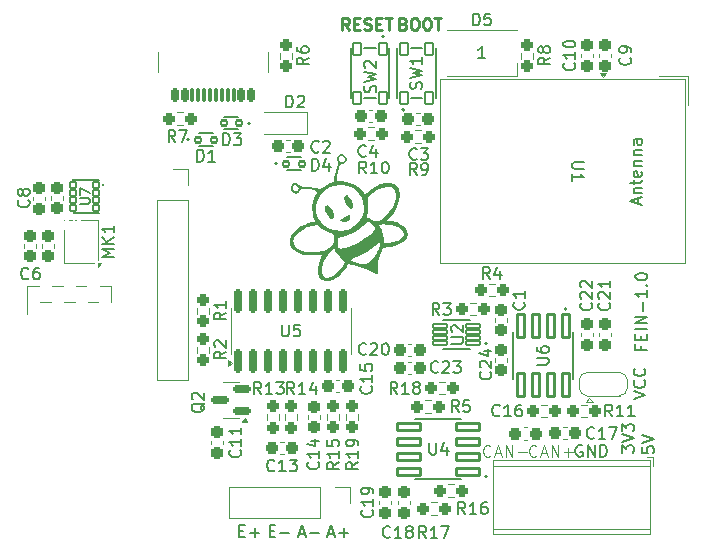
<source format=gto>
G04 #@! TF.GenerationSoftware,KiCad,Pcbnew,8.0.5*
G04 #@! TF.CreationDate,2024-10-21T14:29:00+02:00*
G04 #@! TF.ProjectId,Slave,536c6176-652e-46b6-9963-61645f706362,rev?*
G04 #@! TF.SameCoordinates,Original*
G04 #@! TF.FileFunction,Legend,Top*
G04 #@! TF.FilePolarity,Positive*
%FSLAX46Y46*%
G04 Gerber Fmt 4.6, Leading zero omitted, Abs format (unit mm)*
G04 Created by KiCad (PCBNEW 8.0.5) date 2024-10-21 14:29:00*
%MOMM*%
%LPD*%
G01*
G04 APERTURE LIST*
G04 Aperture macros list*
%AMRoundRect*
0 Rectangle with rounded corners*
0 $1 Rounding radius*
0 $2 $3 $4 $5 $6 $7 $8 $9 X,Y pos of 4 corners*
0 Add a 4 corners polygon primitive as box body*
4,1,4,$2,$3,$4,$5,$6,$7,$8,$9,$2,$3,0*
0 Add four circle primitives for the rounded corners*
1,1,$1+$1,$2,$3*
1,1,$1+$1,$4,$5*
1,1,$1+$1,$6,$7*
1,1,$1+$1,$8,$9*
0 Add four rect primitives between the rounded corners*
20,1,$1+$1,$2,$3,$4,$5,0*
20,1,$1+$1,$4,$5,$6,$7,0*
20,1,$1+$1,$6,$7,$8,$9,0*
20,1,$1+$1,$8,$9,$2,$3,0*%
%AMOutline5P*
0 Free polygon, 5 corners , with rotation*
0 The origin of the aperture is its center*
0 number of corners: always 5*
0 $1 to $10 corner X, Y*
0 $11 Rotation angle, in degrees counterclockwise*
0 create outline with 5 corners*
4,1,5,$1,$2,$3,$4,$5,$6,$7,$8,$9,$10,$1,$2,$11*%
%AMOutline6P*
0 Free polygon, 6 corners , with rotation*
0 The origin of the aperture is its center*
0 number of corners: always 6*
0 $1 to $12 corner X, Y*
0 $13 Rotation angle, in degrees counterclockwise*
0 create outline with 6 corners*
4,1,6,$1,$2,$3,$4,$5,$6,$7,$8,$9,$10,$11,$12,$1,$2,$13*%
%AMOutline7P*
0 Free polygon, 7 corners , with rotation*
0 The origin of the aperture is its center*
0 number of corners: always 7*
0 $1 to $14 corner X, Y*
0 $15 Rotation angle, in degrees counterclockwise*
0 create outline with 7 corners*
4,1,7,$1,$2,$3,$4,$5,$6,$7,$8,$9,$10,$11,$12,$13,$14,$1,$2,$15*%
%AMOutline8P*
0 Free polygon, 8 corners , with rotation*
0 The origin of the aperture is its center*
0 number of corners: always 8*
0 $1 to $16 corner X, Y*
0 $17 Rotation angle, in degrees counterclockwise*
0 create outline with 8 corners*
4,1,8,$1,$2,$3,$4,$5,$6,$7,$8,$9,$10,$11,$12,$13,$14,$15,$16,$1,$2,$17*%
%AMFreePoly0*
4,1,19,0.550000,-0.750000,0.000000,-0.750000,0.000000,-0.744911,-0.071157,-0.744911,-0.207708,-0.704816,-0.327430,-0.627875,-0.420627,-0.520320,-0.479746,-0.390866,-0.500000,-0.250000,-0.500000,0.250000,-0.479746,0.390866,-0.420627,0.520320,-0.327430,0.627875,-0.207708,0.704816,-0.071157,0.744911,0.000000,0.744911,0.000000,0.750000,0.550000,0.750000,0.550000,-0.750000,0.550000,-0.750000,
$1*%
%AMFreePoly1*
4,1,19,0.000000,0.744911,0.071157,0.744911,0.207708,0.704816,0.327430,0.627875,0.420627,0.520320,0.479746,0.390866,0.500000,0.250000,0.500000,-0.250000,0.479746,-0.390866,0.420627,-0.520320,0.327430,-0.627875,0.207708,-0.704816,0.071157,-0.744911,0.000000,-0.744911,0.000000,-0.750000,-0.550000,-0.750000,-0.550000,0.750000,0.000000,0.750000,0.000000,0.744911,0.000000,0.744911,
$1*%
%AMFreePoly2*
4,1,53,0.180798,1.454629,0.352531,1.394537,0.506585,1.297738,0.635238,1.169085,0.732037,1.015031,0.792129,0.843298,0.812500,0.662500,0.792129,0.481702,0.732037,0.309969,0.635238,0.155915,0.506585,0.027262,0.352531,-0.069537,0.180798,-0.129629,0.000000,-0.150000,-0.180798,-0.129629,-0.352531,-0.069537,-0.506585,0.027262,-0.635238,0.155915,-0.732037,0.309969,-0.792129,0.481702,
-0.812500,0.662500,-0.517770,0.662500,-0.496797,0.516627,-0.435576,0.382572,-0.339067,0.271196,-0.215089,0.191520,-0.073686,0.150000,0.073686,0.150000,0.215089,0.191520,0.339067,0.271196,0.435576,0.382572,0.496797,0.516627,0.517770,0.662500,0.496797,0.808373,0.435576,0.942428,0.339067,1.053804,0.215089,1.133480,0.073686,1.175000,-0.073686,1.175000,-0.215089,1.133480,
-0.339067,1.053804,-0.435576,0.942428,-0.496797,0.808373,-0.517770,0.662500,-0.812500,0.662500,-0.792129,0.843298,-0.732037,1.015031,-0.635238,1.169085,-0.506585,1.297738,-0.352531,1.394537,-0.180798,1.454629,0.000000,1.475000,0.180798,1.454629,0.180798,1.454629,$1*%
G04 Aperture macros list end*
%ADD10C,0.150000*%
%ADD11C,0.125000*%
%ADD12C,0.250000*%
%ADD13C,0.200000*%
%ADD14C,0.120000*%
%ADD15C,0.127000*%
%ADD16C,0.000000*%
%ADD17R,1.700000X1.700000*%
%ADD18O,1.700000X1.700000*%
%ADD19RoundRect,0.237500X0.250000X0.237500X-0.250000X0.237500X-0.250000X-0.237500X0.250000X-0.237500X0*%
%ADD20C,0.500000*%
%ADD21RoundRect,0.237500X-0.300000X-0.237500X0.300000X-0.237500X0.300000X0.237500X-0.300000X0.237500X0*%
%ADD22RoundRect,0.237500X-0.237500X0.300000X-0.237500X-0.300000X0.237500X-0.300000X0.237500X0.300000X0*%
%ADD23RoundRect,0.237500X0.300000X0.237500X-0.300000X0.237500X-0.300000X-0.237500X0.300000X-0.237500X0*%
%ADD24RoundRect,0.237500X0.237500X-0.250000X0.237500X0.250000X-0.237500X0.250000X-0.237500X-0.250000X0*%
%ADD25C,0.650000*%
%ADD26RoundRect,0.150000X0.150000X0.425000X-0.150000X0.425000X-0.150000X-0.425000X0.150000X-0.425000X0*%
%ADD27RoundRect,0.075000X0.075000X0.500000X-0.075000X0.500000X-0.075000X-0.500000X0.075000X-0.500000X0*%
%ADD28O,1.000000X2.100000*%
%ADD29O,1.000000X1.800000*%
%ADD30RoundRect,0.237500X0.237500X-0.300000X0.237500X0.300000X-0.237500X0.300000X-0.237500X-0.300000X0*%
%ADD31RoundRect,0.150000X0.587500X0.150000X-0.587500X0.150000X-0.587500X-0.150000X0.587500X-0.150000X0*%
%ADD32RoundRect,0.059250X0.602750X0.177750X-0.602750X0.177750X-0.602750X-0.177750X0.602750X-0.177750X0*%
%ADD33R,2.200000X2.200000*%
%ADD34C,2.200000*%
%ADD35FreePoly0,0.000000*%
%ADD36R,1.000000X1.500000*%
%ADD37FreePoly1,0.000000*%
%ADD38R,0.600000X0.522000*%
%ADD39FreePoly2,270.000000*%
%ADD40RoundRect,0.237500X-0.250000X-0.237500X0.250000X-0.237500X0.250000X0.237500X-0.250000X0.237500X0*%
%ADD41R,0.600000X1.750000*%
%ADD42RoundRect,0.100500X0.986500X0.301500X-0.986500X0.301500X-0.986500X-0.301500X0.986500X-0.301500X0*%
%ADD43RoundRect,0.102000X0.325000X-0.525000X0.325000X0.525000X-0.325000X0.525000X-0.325000X-0.525000X0*%
%ADD44RoundRect,0.150000X0.150000X-0.850000X0.150000X0.850000X-0.150000X0.850000X-0.150000X-0.850000X0*%
%ADD45R,0.400000X0.800000*%
%ADD46R,0.800000X0.400000*%
%ADD47Outline5P,-0.600000X0.204000X-0.204000X0.600000X0.600000X0.600000X0.600000X-0.600000X-0.600000X-0.600000X270.000000*%
%ADD48R,1.200000X1.200000*%
%ADD49R,0.800000X0.800000*%
%ADD50C,0.700000*%
%ADD51C,4.400000*%
%ADD52RoundRect,0.100500X-0.301500X0.986500X-0.301500X-0.986500X0.301500X-0.986500X0.301500X0.986500X0*%
%ADD53RoundRect,0.102000X0.240000X0.200000X-0.240000X0.200000X-0.240000X-0.200000X0.240000X-0.200000X0*%
%ADD54RoundRect,0.102000X-0.325000X0.525000X-0.325000X-0.525000X0.325000X-0.525000X0.325000X0.525000X0*%
%ADD55R,1.600000X0.850000*%
%ADD56RoundRect,0.102000X-0.240000X-0.200000X0.240000X-0.200000X0.240000X0.200000X-0.240000X0.200000X0*%
%ADD57RoundRect,0.081750X-0.265250X-0.245250X0.265250X-0.245250X0.265250X0.245250X-0.265250X0.245250X0*%
G04 APERTURE END LIST*
D10*
X74446009Y-65979887D02*
X74446009Y-66313220D01*
X74969819Y-66313220D02*
X73969819Y-66313220D01*
X73969819Y-66313220D02*
X73969819Y-65837030D01*
X74446009Y-65456077D02*
X74446009Y-65122744D01*
X74969819Y-64979887D02*
X74969819Y-65456077D01*
X74969819Y-65456077D02*
X73969819Y-65456077D01*
X73969819Y-65456077D02*
X73969819Y-64979887D01*
X74969819Y-64551315D02*
X73969819Y-64551315D01*
X74969819Y-64075125D02*
X73969819Y-64075125D01*
X73969819Y-64075125D02*
X74969819Y-63503697D01*
X74969819Y-63503697D02*
X73969819Y-63503697D01*
X74588866Y-63027506D02*
X74588866Y-62265602D01*
X74969819Y-61265602D02*
X74969819Y-61837030D01*
X74969819Y-61551316D02*
X73969819Y-61551316D01*
X73969819Y-61551316D02*
X74112676Y-61646554D01*
X74112676Y-61646554D02*
X74207914Y-61741792D01*
X74207914Y-61741792D02*
X74255533Y-61837030D01*
X74874580Y-60837030D02*
X74922200Y-60789411D01*
X74922200Y-60789411D02*
X74969819Y-60837030D01*
X74969819Y-60837030D02*
X74922200Y-60884649D01*
X74922200Y-60884649D02*
X74874580Y-60837030D01*
X74874580Y-60837030D02*
X74969819Y-60837030D01*
X73969819Y-60170364D02*
X73969819Y-60075126D01*
X73969819Y-60075126D02*
X74017438Y-59979888D01*
X74017438Y-59979888D02*
X74065057Y-59932269D01*
X74065057Y-59932269D02*
X74160295Y-59884650D01*
X74160295Y-59884650D02*
X74350771Y-59837031D01*
X74350771Y-59837031D02*
X74588866Y-59837031D01*
X74588866Y-59837031D02*
X74779342Y-59884650D01*
X74779342Y-59884650D02*
X74874580Y-59932269D01*
X74874580Y-59932269D02*
X74922200Y-59979888D01*
X74922200Y-59979888D02*
X74969819Y-60075126D01*
X74969819Y-60075126D02*
X74969819Y-60170364D01*
X74969819Y-60170364D02*
X74922200Y-60265602D01*
X74922200Y-60265602D02*
X74874580Y-60313221D01*
X74874580Y-60313221D02*
X74779342Y-60360840D01*
X74779342Y-60360840D02*
X74588866Y-60408459D01*
X74588866Y-60408459D02*
X74350771Y-60408459D01*
X74350771Y-60408459D02*
X74160295Y-60360840D01*
X74160295Y-60360840D02*
X74065057Y-60313221D01*
X74065057Y-60313221D02*
X74017438Y-60265602D01*
X74017438Y-60265602D02*
X73969819Y-60170364D01*
D11*
X65591759Y-75275880D02*
X65544140Y-75323500D01*
X65544140Y-75323500D02*
X65401283Y-75371119D01*
X65401283Y-75371119D02*
X65306045Y-75371119D01*
X65306045Y-75371119D02*
X65163188Y-75323500D01*
X65163188Y-75323500D02*
X65067950Y-75228261D01*
X65067950Y-75228261D02*
X65020331Y-75133023D01*
X65020331Y-75133023D02*
X64972712Y-74942547D01*
X64972712Y-74942547D02*
X64972712Y-74799690D01*
X64972712Y-74799690D02*
X65020331Y-74609214D01*
X65020331Y-74609214D02*
X65067950Y-74513976D01*
X65067950Y-74513976D02*
X65163188Y-74418738D01*
X65163188Y-74418738D02*
X65306045Y-74371119D01*
X65306045Y-74371119D02*
X65401283Y-74371119D01*
X65401283Y-74371119D02*
X65544140Y-74418738D01*
X65544140Y-74418738D02*
X65591759Y-74466357D01*
X65972712Y-75085404D02*
X66448902Y-75085404D01*
X65877474Y-75371119D02*
X66210807Y-74371119D01*
X66210807Y-74371119D02*
X66544140Y-75371119D01*
X66877474Y-75371119D02*
X66877474Y-74371119D01*
X66877474Y-74371119D02*
X67448902Y-75371119D01*
X67448902Y-75371119D02*
X67448902Y-74371119D01*
X67925093Y-74990166D02*
X68686998Y-74990166D01*
X68306045Y-75371119D02*
X68306045Y-74609214D01*
D10*
X72829819Y-75018458D02*
X72829819Y-74399411D01*
X72829819Y-74399411D02*
X73210771Y-74732744D01*
X73210771Y-74732744D02*
X73210771Y-74589887D01*
X73210771Y-74589887D02*
X73258390Y-74494649D01*
X73258390Y-74494649D02*
X73306009Y-74447030D01*
X73306009Y-74447030D02*
X73401247Y-74399411D01*
X73401247Y-74399411D02*
X73639342Y-74399411D01*
X73639342Y-74399411D02*
X73734580Y-74447030D01*
X73734580Y-74447030D02*
X73782200Y-74494649D01*
X73782200Y-74494649D02*
X73829819Y-74589887D01*
X73829819Y-74589887D02*
X73829819Y-74875601D01*
X73829819Y-74875601D02*
X73782200Y-74970839D01*
X73782200Y-74970839D02*
X73734580Y-75018458D01*
X72829819Y-74113696D02*
X73829819Y-73780363D01*
X73829819Y-73780363D02*
X72829819Y-73447030D01*
X72829819Y-73208934D02*
X72829819Y-72589887D01*
X72829819Y-72589887D02*
X73210771Y-72923220D01*
X73210771Y-72923220D02*
X73210771Y-72780363D01*
X73210771Y-72780363D02*
X73258390Y-72685125D01*
X73258390Y-72685125D02*
X73306009Y-72637506D01*
X73306009Y-72637506D02*
X73401247Y-72589887D01*
X73401247Y-72589887D02*
X73639342Y-72589887D01*
X73639342Y-72589887D02*
X73734580Y-72637506D01*
X73734580Y-72637506D02*
X73782200Y-72685125D01*
X73782200Y-72685125D02*
X73829819Y-72780363D01*
X73829819Y-72780363D02*
X73829819Y-73066077D01*
X73829819Y-73066077D02*
X73782200Y-73161315D01*
X73782200Y-73161315D02*
X73734580Y-73208934D01*
D12*
X54329901Y-38710809D02*
X54472758Y-38758428D01*
X54472758Y-38758428D02*
X54520377Y-38806047D01*
X54520377Y-38806047D02*
X54567996Y-38901285D01*
X54567996Y-38901285D02*
X54567996Y-39044142D01*
X54567996Y-39044142D02*
X54520377Y-39139380D01*
X54520377Y-39139380D02*
X54472758Y-39187000D01*
X54472758Y-39187000D02*
X54377520Y-39234619D01*
X54377520Y-39234619D02*
X53996568Y-39234619D01*
X53996568Y-39234619D02*
X53996568Y-38234619D01*
X53996568Y-38234619D02*
X54329901Y-38234619D01*
X54329901Y-38234619D02*
X54425139Y-38282238D01*
X54425139Y-38282238D02*
X54472758Y-38329857D01*
X54472758Y-38329857D02*
X54520377Y-38425095D01*
X54520377Y-38425095D02*
X54520377Y-38520333D01*
X54520377Y-38520333D02*
X54472758Y-38615571D01*
X54472758Y-38615571D02*
X54425139Y-38663190D01*
X54425139Y-38663190D02*
X54329901Y-38710809D01*
X54329901Y-38710809D02*
X53996568Y-38710809D01*
X55187044Y-38234619D02*
X55377520Y-38234619D01*
X55377520Y-38234619D02*
X55472758Y-38282238D01*
X55472758Y-38282238D02*
X55567996Y-38377476D01*
X55567996Y-38377476D02*
X55615615Y-38567952D01*
X55615615Y-38567952D02*
X55615615Y-38901285D01*
X55615615Y-38901285D02*
X55567996Y-39091761D01*
X55567996Y-39091761D02*
X55472758Y-39187000D01*
X55472758Y-39187000D02*
X55377520Y-39234619D01*
X55377520Y-39234619D02*
X55187044Y-39234619D01*
X55187044Y-39234619D02*
X55091806Y-39187000D01*
X55091806Y-39187000D02*
X54996568Y-39091761D01*
X54996568Y-39091761D02*
X54948949Y-38901285D01*
X54948949Y-38901285D02*
X54948949Y-38567952D01*
X54948949Y-38567952D02*
X54996568Y-38377476D01*
X54996568Y-38377476D02*
X55091806Y-38282238D01*
X55091806Y-38282238D02*
X55187044Y-38234619D01*
X56234663Y-38234619D02*
X56425139Y-38234619D01*
X56425139Y-38234619D02*
X56520377Y-38282238D01*
X56520377Y-38282238D02*
X56615615Y-38377476D01*
X56615615Y-38377476D02*
X56663234Y-38567952D01*
X56663234Y-38567952D02*
X56663234Y-38901285D01*
X56663234Y-38901285D02*
X56615615Y-39091761D01*
X56615615Y-39091761D02*
X56520377Y-39187000D01*
X56520377Y-39187000D02*
X56425139Y-39234619D01*
X56425139Y-39234619D02*
X56234663Y-39234619D01*
X56234663Y-39234619D02*
X56139425Y-39187000D01*
X56139425Y-39187000D02*
X56044187Y-39091761D01*
X56044187Y-39091761D02*
X55996568Y-38901285D01*
X55996568Y-38901285D02*
X55996568Y-38567952D01*
X55996568Y-38567952D02*
X56044187Y-38377476D01*
X56044187Y-38377476D02*
X56139425Y-38282238D01*
X56139425Y-38282238D02*
X56234663Y-38234619D01*
X56948949Y-38234619D02*
X57520377Y-38234619D01*
X57234663Y-39234619D02*
X57234663Y-38234619D01*
D10*
X45489160Y-81884104D02*
X45965350Y-81884104D01*
X45393922Y-82169819D02*
X45727255Y-81169819D01*
X45727255Y-81169819D02*
X46060588Y-82169819D01*
X46393922Y-81788866D02*
X47155827Y-81788866D01*
X47989160Y-81884104D02*
X48465350Y-81884104D01*
X47893922Y-82169819D02*
X48227255Y-81169819D01*
X48227255Y-81169819D02*
X48560588Y-82169819D01*
X48893922Y-81788866D02*
X49655827Y-81788866D01*
X49274874Y-82169819D02*
X49274874Y-81407914D01*
X69460588Y-74407438D02*
X69365350Y-74359819D01*
X69365350Y-74359819D02*
X69222493Y-74359819D01*
X69222493Y-74359819D02*
X69079636Y-74407438D01*
X69079636Y-74407438D02*
X68984398Y-74502676D01*
X68984398Y-74502676D02*
X68936779Y-74597914D01*
X68936779Y-74597914D02*
X68889160Y-74788390D01*
X68889160Y-74788390D02*
X68889160Y-74931247D01*
X68889160Y-74931247D02*
X68936779Y-75121723D01*
X68936779Y-75121723D02*
X68984398Y-75216961D01*
X68984398Y-75216961D02*
X69079636Y-75312200D01*
X69079636Y-75312200D02*
X69222493Y-75359819D01*
X69222493Y-75359819D02*
X69317731Y-75359819D01*
X69317731Y-75359819D02*
X69460588Y-75312200D01*
X69460588Y-75312200D02*
X69508207Y-75264580D01*
X69508207Y-75264580D02*
X69508207Y-74931247D01*
X69508207Y-74931247D02*
X69317731Y-74931247D01*
X69936779Y-75359819D02*
X69936779Y-74359819D01*
X69936779Y-74359819D02*
X70508207Y-75359819D01*
X70508207Y-75359819D02*
X70508207Y-74359819D01*
X70984398Y-75359819D02*
X70984398Y-74359819D01*
X70984398Y-74359819D02*
X71222493Y-74359819D01*
X71222493Y-74359819D02*
X71365350Y-74407438D01*
X71365350Y-74407438D02*
X71460588Y-74502676D01*
X71460588Y-74502676D02*
X71508207Y-74597914D01*
X71508207Y-74597914D02*
X71555826Y-74788390D01*
X71555826Y-74788390D02*
X71555826Y-74931247D01*
X71555826Y-74931247D02*
X71508207Y-75121723D01*
X71508207Y-75121723D02*
X71460588Y-75216961D01*
X71460588Y-75216961D02*
X71365350Y-75312200D01*
X71365350Y-75312200D02*
X71222493Y-75359819D01*
X71222493Y-75359819D02*
X70984398Y-75359819D01*
D11*
X61691759Y-75275880D02*
X61644140Y-75323500D01*
X61644140Y-75323500D02*
X61501283Y-75371119D01*
X61501283Y-75371119D02*
X61406045Y-75371119D01*
X61406045Y-75371119D02*
X61263188Y-75323500D01*
X61263188Y-75323500D02*
X61167950Y-75228261D01*
X61167950Y-75228261D02*
X61120331Y-75133023D01*
X61120331Y-75133023D02*
X61072712Y-74942547D01*
X61072712Y-74942547D02*
X61072712Y-74799690D01*
X61072712Y-74799690D02*
X61120331Y-74609214D01*
X61120331Y-74609214D02*
X61167950Y-74513976D01*
X61167950Y-74513976D02*
X61263188Y-74418738D01*
X61263188Y-74418738D02*
X61406045Y-74371119D01*
X61406045Y-74371119D02*
X61501283Y-74371119D01*
X61501283Y-74371119D02*
X61644140Y-74418738D01*
X61644140Y-74418738D02*
X61691759Y-74466357D01*
X62072712Y-75085404D02*
X62548902Y-75085404D01*
X61977474Y-75371119D02*
X62310807Y-74371119D01*
X62310807Y-74371119D02*
X62644140Y-75371119D01*
X62977474Y-75371119D02*
X62977474Y-74371119D01*
X62977474Y-74371119D02*
X63548902Y-75371119D01*
X63548902Y-75371119D02*
X63548902Y-74371119D01*
X64025093Y-74990166D02*
X64786998Y-74990166D01*
D13*
X73817219Y-70473183D02*
X74817219Y-70139850D01*
X74817219Y-70139850D02*
X73817219Y-69806517D01*
X74721980Y-68901755D02*
X74769600Y-68949374D01*
X74769600Y-68949374D02*
X74817219Y-69092231D01*
X74817219Y-69092231D02*
X74817219Y-69187469D01*
X74817219Y-69187469D02*
X74769600Y-69330326D01*
X74769600Y-69330326D02*
X74674361Y-69425564D01*
X74674361Y-69425564D02*
X74579123Y-69473183D01*
X74579123Y-69473183D02*
X74388647Y-69520802D01*
X74388647Y-69520802D02*
X74245790Y-69520802D01*
X74245790Y-69520802D02*
X74055314Y-69473183D01*
X74055314Y-69473183D02*
X73960076Y-69425564D01*
X73960076Y-69425564D02*
X73864838Y-69330326D01*
X73864838Y-69330326D02*
X73817219Y-69187469D01*
X73817219Y-69187469D02*
X73817219Y-69092231D01*
X73817219Y-69092231D02*
X73864838Y-68949374D01*
X73864838Y-68949374D02*
X73912457Y-68901755D01*
X74721980Y-67901755D02*
X74769600Y-67949374D01*
X74769600Y-67949374D02*
X74817219Y-68092231D01*
X74817219Y-68092231D02*
X74817219Y-68187469D01*
X74817219Y-68187469D02*
X74769600Y-68330326D01*
X74769600Y-68330326D02*
X74674361Y-68425564D01*
X74674361Y-68425564D02*
X74579123Y-68473183D01*
X74579123Y-68473183D02*
X74388647Y-68520802D01*
X74388647Y-68520802D02*
X74245790Y-68520802D01*
X74245790Y-68520802D02*
X74055314Y-68473183D01*
X74055314Y-68473183D02*
X73960076Y-68425564D01*
X73960076Y-68425564D02*
X73864838Y-68330326D01*
X73864838Y-68330326D02*
X73817219Y-68187469D01*
X73817219Y-68187469D02*
X73817219Y-68092231D01*
X73817219Y-68092231D02*
X73864838Y-67949374D01*
X73864838Y-67949374D02*
X73912457Y-67901755D01*
D10*
X40438728Y-81646009D02*
X40772061Y-81646009D01*
X40914918Y-82169819D02*
X40438728Y-82169819D01*
X40438728Y-82169819D02*
X40438728Y-81169819D01*
X40438728Y-81169819D02*
X40914918Y-81169819D01*
X41343490Y-81788866D02*
X42105395Y-81788866D01*
X41724442Y-82169819D02*
X41724442Y-81407914D01*
D12*
X49741996Y-39234619D02*
X49408663Y-38758428D01*
X49170568Y-39234619D02*
X49170568Y-38234619D01*
X49170568Y-38234619D02*
X49551520Y-38234619D01*
X49551520Y-38234619D02*
X49646758Y-38282238D01*
X49646758Y-38282238D02*
X49694377Y-38329857D01*
X49694377Y-38329857D02*
X49741996Y-38425095D01*
X49741996Y-38425095D02*
X49741996Y-38567952D01*
X49741996Y-38567952D02*
X49694377Y-38663190D01*
X49694377Y-38663190D02*
X49646758Y-38710809D01*
X49646758Y-38710809D02*
X49551520Y-38758428D01*
X49551520Y-38758428D02*
X49170568Y-38758428D01*
X50170568Y-38710809D02*
X50503901Y-38710809D01*
X50646758Y-39234619D02*
X50170568Y-39234619D01*
X50170568Y-39234619D02*
X50170568Y-38234619D01*
X50170568Y-38234619D02*
X50646758Y-38234619D01*
X51027711Y-39187000D02*
X51170568Y-39234619D01*
X51170568Y-39234619D02*
X51408663Y-39234619D01*
X51408663Y-39234619D02*
X51503901Y-39187000D01*
X51503901Y-39187000D02*
X51551520Y-39139380D01*
X51551520Y-39139380D02*
X51599139Y-39044142D01*
X51599139Y-39044142D02*
X51599139Y-38948904D01*
X51599139Y-38948904D02*
X51551520Y-38853666D01*
X51551520Y-38853666D02*
X51503901Y-38806047D01*
X51503901Y-38806047D02*
X51408663Y-38758428D01*
X51408663Y-38758428D02*
X51218187Y-38710809D01*
X51218187Y-38710809D02*
X51122949Y-38663190D01*
X51122949Y-38663190D02*
X51075330Y-38615571D01*
X51075330Y-38615571D02*
X51027711Y-38520333D01*
X51027711Y-38520333D02*
X51027711Y-38425095D01*
X51027711Y-38425095D02*
X51075330Y-38329857D01*
X51075330Y-38329857D02*
X51122949Y-38282238D01*
X51122949Y-38282238D02*
X51218187Y-38234619D01*
X51218187Y-38234619D02*
X51456282Y-38234619D01*
X51456282Y-38234619D02*
X51599139Y-38282238D01*
X52027711Y-38710809D02*
X52361044Y-38710809D01*
X52503901Y-39234619D02*
X52027711Y-39234619D01*
X52027711Y-39234619D02*
X52027711Y-38234619D01*
X52027711Y-38234619D02*
X52503901Y-38234619D01*
X52789616Y-38234619D02*
X53361044Y-38234619D01*
X53075330Y-39234619D02*
X53075330Y-38234619D01*
D10*
X43008779Y-81646009D02*
X43342112Y-81646009D01*
X43484969Y-82169819D02*
X43008779Y-82169819D01*
X43008779Y-82169819D02*
X43008779Y-81169819D01*
X43008779Y-81169819D02*
X43484969Y-81169819D01*
X43913541Y-81788866D02*
X44675446Y-81788866D01*
X74549819Y-74547030D02*
X74549819Y-75023220D01*
X74549819Y-75023220D02*
X75026009Y-75070839D01*
X75026009Y-75070839D02*
X74978390Y-75023220D01*
X74978390Y-75023220D02*
X74930771Y-74927982D01*
X74930771Y-74927982D02*
X74930771Y-74689887D01*
X74930771Y-74689887D02*
X74978390Y-74594649D01*
X74978390Y-74594649D02*
X75026009Y-74547030D01*
X75026009Y-74547030D02*
X75121247Y-74499411D01*
X75121247Y-74499411D02*
X75359342Y-74499411D01*
X75359342Y-74499411D02*
X75454580Y-74547030D01*
X75454580Y-74547030D02*
X75502200Y-74594649D01*
X75502200Y-74594649D02*
X75549819Y-74689887D01*
X75549819Y-74689887D02*
X75549819Y-74927982D01*
X75549819Y-74927982D02*
X75502200Y-75023220D01*
X75502200Y-75023220D02*
X75454580Y-75070839D01*
X74549819Y-74213696D02*
X75549819Y-73880363D01*
X75549819Y-73880363D02*
X74549819Y-73547030D01*
X57373333Y-63364819D02*
X57040000Y-62888628D01*
X56801905Y-63364819D02*
X56801905Y-62364819D01*
X56801905Y-62364819D02*
X57182857Y-62364819D01*
X57182857Y-62364819D02*
X57278095Y-62412438D01*
X57278095Y-62412438D02*
X57325714Y-62460057D01*
X57325714Y-62460057D02*
X57373333Y-62555295D01*
X57373333Y-62555295D02*
X57373333Y-62698152D01*
X57373333Y-62698152D02*
X57325714Y-62793390D01*
X57325714Y-62793390D02*
X57278095Y-62841009D01*
X57278095Y-62841009D02*
X57182857Y-62888628D01*
X57182857Y-62888628D02*
X56801905Y-62888628D01*
X57706667Y-62364819D02*
X58325714Y-62364819D01*
X58325714Y-62364819D02*
X57992381Y-62745771D01*
X57992381Y-62745771D02*
X58135238Y-62745771D01*
X58135238Y-62745771D02*
X58230476Y-62793390D01*
X58230476Y-62793390D02*
X58278095Y-62841009D01*
X58278095Y-62841009D02*
X58325714Y-62936247D01*
X58325714Y-62936247D02*
X58325714Y-63174342D01*
X58325714Y-63174342D02*
X58278095Y-63269580D01*
X58278095Y-63269580D02*
X58230476Y-63317200D01*
X58230476Y-63317200D02*
X58135238Y-63364819D01*
X58135238Y-63364819D02*
X57849524Y-63364819D01*
X57849524Y-63364819D02*
X57754286Y-63317200D01*
X57754286Y-63317200D02*
X57706667Y-63269580D01*
X70477142Y-73765580D02*
X70429523Y-73813200D01*
X70429523Y-73813200D02*
X70286666Y-73860819D01*
X70286666Y-73860819D02*
X70191428Y-73860819D01*
X70191428Y-73860819D02*
X70048571Y-73813200D01*
X70048571Y-73813200D02*
X69953333Y-73717961D01*
X69953333Y-73717961D02*
X69905714Y-73622723D01*
X69905714Y-73622723D02*
X69858095Y-73432247D01*
X69858095Y-73432247D02*
X69858095Y-73289390D01*
X69858095Y-73289390D02*
X69905714Y-73098914D01*
X69905714Y-73098914D02*
X69953333Y-73003676D01*
X69953333Y-73003676D02*
X70048571Y-72908438D01*
X70048571Y-72908438D02*
X70191428Y-72860819D01*
X70191428Y-72860819D02*
X70286666Y-72860819D01*
X70286666Y-72860819D02*
X70429523Y-72908438D01*
X70429523Y-72908438D02*
X70477142Y-72956057D01*
X71429523Y-73860819D02*
X70858095Y-73860819D01*
X71143809Y-73860819D02*
X71143809Y-72860819D01*
X71143809Y-72860819D02*
X71048571Y-73003676D01*
X71048571Y-73003676D02*
X70953333Y-73098914D01*
X70953333Y-73098914D02*
X70858095Y-73146533D01*
X71762857Y-72860819D02*
X72429523Y-72860819D01*
X72429523Y-72860819D02*
X72000952Y-73860819D01*
X64520580Y-62286666D02*
X64568200Y-62334285D01*
X64568200Y-62334285D02*
X64615819Y-62477142D01*
X64615819Y-62477142D02*
X64615819Y-62572380D01*
X64615819Y-62572380D02*
X64568200Y-62715237D01*
X64568200Y-62715237D02*
X64472961Y-62810475D01*
X64472961Y-62810475D02*
X64377723Y-62858094D01*
X64377723Y-62858094D02*
X64187247Y-62905713D01*
X64187247Y-62905713D02*
X64044390Y-62905713D01*
X64044390Y-62905713D02*
X63853914Y-62858094D01*
X63853914Y-62858094D02*
X63758676Y-62810475D01*
X63758676Y-62810475D02*
X63663438Y-62715237D01*
X63663438Y-62715237D02*
X63615819Y-62572380D01*
X63615819Y-62572380D02*
X63615819Y-62477142D01*
X63615819Y-62477142D02*
X63663438Y-62334285D01*
X63663438Y-62334285D02*
X63711057Y-62286666D01*
X64615819Y-61334285D02*
X64615819Y-61905713D01*
X64615819Y-61619999D02*
X63615819Y-61619999D01*
X63615819Y-61619999D02*
X63758676Y-61715237D01*
X63758676Y-61715237D02*
X63853914Y-61810475D01*
X63853914Y-61810475D02*
X63901533Y-61905713D01*
X51579580Y-69412857D02*
X51627200Y-69460476D01*
X51627200Y-69460476D02*
X51674819Y-69603333D01*
X51674819Y-69603333D02*
X51674819Y-69698571D01*
X51674819Y-69698571D02*
X51627200Y-69841428D01*
X51627200Y-69841428D02*
X51531961Y-69936666D01*
X51531961Y-69936666D02*
X51436723Y-69984285D01*
X51436723Y-69984285D02*
X51246247Y-70031904D01*
X51246247Y-70031904D02*
X51103390Y-70031904D01*
X51103390Y-70031904D02*
X50912914Y-69984285D01*
X50912914Y-69984285D02*
X50817676Y-69936666D01*
X50817676Y-69936666D02*
X50722438Y-69841428D01*
X50722438Y-69841428D02*
X50674819Y-69698571D01*
X50674819Y-69698571D02*
X50674819Y-69603333D01*
X50674819Y-69603333D02*
X50722438Y-69460476D01*
X50722438Y-69460476D02*
X50770057Y-69412857D01*
X51674819Y-68460476D02*
X51674819Y-69031904D01*
X51674819Y-68746190D02*
X50674819Y-68746190D01*
X50674819Y-68746190D02*
X50817676Y-68841428D01*
X50817676Y-68841428D02*
X50912914Y-68936666D01*
X50912914Y-68936666D02*
X50960533Y-69031904D01*
X50674819Y-67555714D02*
X50674819Y-68031904D01*
X50674819Y-68031904D02*
X51151009Y-68079523D01*
X51151009Y-68079523D02*
X51103390Y-68031904D01*
X51103390Y-68031904D02*
X51055771Y-67936666D01*
X51055771Y-67936666D02*
X51055771Y-67698571D01*
X51055771Y-67698571D02*
X51103390Y-67603333D01*
X51103390Y-67603333D02*
X51151009Y-67555714D01*
X51151009Y-67555714D02*
X51246247Y-67508095D01*
X51246247Y-67508095D02*
X51484342Y-67508095D01*
X51484342Y-67508095D02*
X51579580Y-67555714D01*
X51579580Y-67555714D02*
X51627200Y-67603333D01*
X51627200Y-67603333D02*
X51674819Y-67698571D01*
X51674819Y-67698571D02*
X51674819Y-67936666D01*
X51674819Y-67936666D02*
X51627200Y-68031904D01*
X51627200Y-68031904D02*
X51579580Y-68079523D01*
X55459333Y-50143580D02*
X55411714Y-50191200D01*
X55411714Y-50191200D02*
X55268857Y-50238819D01*
X55268857Y-50238819D02*
X55173619Y-50238819D01*
X55173619Y-50238819D02*
X55030762Y-50191200D01*
X55030762Y-50191200D02*
X54935524Y-50095961D01*
X54935524Y-50095961D02*
X54887905Y-50000723D01*
X54887905Y-50000723D02*
X54840286Y-49810247D01*
X54840286Y-49810247D02*
X54840286Y-49667390D01*
X54840286Y-49667390D02*
X54887905Y-49476914D01*
X54887905Y-49476914D02*
X54935524Y-49381676D01*
X54935524Y-49381676D02*
X55030762Y-49286438D01*
X55030762Y-49286438D02*
X55173619Y-49238819D01*
X55173619Y-49238819D02*
X55268857Y-49238819D01*
X55268857Y-49238819D02*
X55411714Y-49286438D01*
X55411714Y-49286438D02*
X55459333Y-49334057D01*
X55792667Y-49238819D02*
X56411714Y-49238819D01*
X56411714Y-49238819D02*
X56078381Y-49619771D01*
X56078381Y-49619771D02*
X56221238Y-49619771D01*
X56221238Y-49619771D02*
X56316476Y-49667390D01*
X56316476Y-49667390D02*
X56364095Y-49715009D01*
X56364095Y-49715009D02*
X56411714Y-49810247D01*
X56411714Y-49810247D02*
X56411714Y-50048342D01*
X56411714Y-50048342D02*
X56364095Y-50143580D01*
X56364095Y-50143580D02*
X56316476Y-50191200D01*
X56316476Y-50191200D02*
X56221238Y-50238819D01*
X56221238Y-50238819D02*
X55935524Y-50238819D01*
X55935524Y-50238819D02*
X55840286Y-50191200D01*
X55840286Y-50191200D02*
X55792667Y-50143580D01*
X51667580Y-79890857D02*
X51715200Y-79938476D01*
X51715200Y-79938476D02*
X51762819Y-80081333D01*
X51762819Y-80081333D02*
X51762819Y-80176571D01*
X51762819Y-80176571D02*
X51715200Y-80319428D01*
X51715200Y-80319428D02*
X51619961Y-80414666D01*
X51619961Y-80414666D02*
X51524723Y-80462285D01*
X51524723Y-80462285D02*
X51334247Y-80509904D01*
X51334247Y-80509904D02*
X51191390Y-80509904D01*
X51191390Y-80509904D02*
X51000914Y-80462285D01*
X51000914Y-80462285D02*
X50905676Y-80414666D01*
X50905676Y-80414666D02*
X50810438Y-80319428D01*
X50810438Y-80319428D02*
X50762819Y-80176571D01*
X50762819Y-80176571D02*
X50762819Y-80081333D01*
X50762819Y-80081333D02*
X50810438Y-79938476D01*
X50810438Y-79938476D02*
X50858057Y-79890857D01*
X51762819Y-78938476D02*
X51762819Y-79509904D01*
X51762819Y-79224190D02*
X50762819Y-79224190D01*
X50762819Y-79224190D02*
X50905676Y-79319428D01*
X50905676Y-79319428D02*
X51000914Y-79414666D01*
X51000914Y-79414666D02*
X51048533Y-79509904D01*
X51762819Y-78462285D02*
X51762819Y-78271809D01*
X51762819Y-78271809D02*
X51715200Y-78176571D01*
X51715200Y-78176571D02*
X51667580Y-78128952D01*
X51667580Y-78128952D02*
X51524723Y-78033714D01*
X51524723Y-78033714D02*
X51334247Y-77986095D01*
X51334247Y-77986095D02*
X50953295Y-77986095D01*
X50953295Y-77986095D02*
X50858057Y-78033714D01*
X50858057Y-78033714D02*
X50810438Y-78081333D01*
X50810438Y-78081333D02*
X50762819Y-78176571D01*
X50762819Y-78176571D02*
X50762819Y-78367047D01*
X50762819Y-78367047D02*
X50810438Y-78462285D01*
X50810438Y-78462285D02*
X50858057Y-78509904D01*
X50858057Y-78509904D02*
X50953295Y-78557523D01*
X50953295Y-78557523D02*
X51191390Y-78557523D01*
X51191390Y-78557523D02*
X51286628Y-78509904D01*
X51286628Y-78509904D02*
X51334247Y-78462285D01*
X51334247Y-78462285D02*
X51381866Y-78367047D01*
X51381866Y-78367047D02*
X51381866Y-78176571D01*
X51381866Y-78176571D02*
X51334247Y-78081333D01*
X51334247Y-78081333D02*
X51286628Y-78033714D01*
X51286628Y-78033714D02*
X51191390Y-77986095D01*
X46301819Y-41568666D02*
X45825628Y-41901999D01*
X46301819Y-42140094D02*
X45301819Y-42140094D01*
X45301819Y-42140094D02*
X45301819Y-41759142D01*
X45301819Y-41759142D02*
X45349438Y-41663904D01*
X45349438Y-41663904D02*
X45397057Y-41616285D01*
X45397057Y-41616285D02*
X45492295Y-41568666D01*
X45492295Y-41568666D02*
X45635152Y-41568666D01*
X45635152Y-41568666D02*
X45730390Y-41616285D01*
X45730390Y-41616285D02*
X45778009Y-41663904D01*
X45778009Y-41663904D02*
X45825628Y-41759142D01*
X45825628Y-41759142D02*
X45825628Y-42140094D01*
X45301819Y-40711523D02*
X45301819Y-40901999D01*
X45301819Y-40901999D02*
X45349438Y-40997237D01*
X45349438Y-40997237D02*
X45397057Y-41044856D01*
X45397057Y-41044856D02*
X45539914Y-41140094D01*
X45539914Y-41140094D02*
X45730390Y-41187713D01*
X45730390Y-41187713D02*
X46111342Y-41187713D01*
X46111342Y-41187713D02*
X46206580Y-41140094D01*
X46206580Y-41140094D02*
X46254200Y-41092475D01*
X46254200Y-41092475D02*
X46301819Y-40997237D01*
X46301819Y-40997237D02*
X46301819Y-40806761D01*
X46301819Y-40806761D02*
X46254200Y-40711523D01*
X46254200Y-40711523D02*
X46206580Y-40663904D01*
X46206580Y-40663904D02*
X46111342Y-40616285D01*
X46111342Y-40616285D02*
X45873247Y-40616285D01*
X45873247Y-40616285D02*
X45778009Y-40663904D01*
X45778009Y-40663904D02*
X45730390Y-40711523D01*
X45730390Y-40711523D02*
X45682771Y-40806761D01*
X45682771Y-40806761D02*
X45682771Y-40997237D01*
X45682771Y-40997237D02*
X45730390Y-41092475D01*
X45730390Y-41092475D02*
X45778009Y-41140094D01*
X45778009Y-41140094D02*
X45873247Y-41187713D01*
X22583333Y-60259580D02*
X22535714Y-60307200D01*
X22535714Y-60307200D02*
X22392857Y-60354819D01*
X22392857Y-60354819D02*
X22297619Y-60354819D01*
X22297619Y-60354819D02*
X22154762Y-60307200D01*
X22154762Y-60307200D02*
X22059524Y-60211961D01*
X22059524Y-60211961D02*
X22011905Y-60116723D01*
X22011905Y-60116723D02*
X21964286Y-59926247D01*
X21964286Y-59926247D02*
X21964286Y-59783390D01*
X21964286Y-59783390D02*
X22011905Y-59592914D01*
X22011905Y-59592914D02*
X22059524Y-59497676D01*
X22059524Y-59497676D02*
X22154762Y-59402438D01*
X22154762Y-59402438D02*
X22297619Y-59354819D01*
X22297619Y-59354819D02*
X22392857Y-59354819D01*
X22392857Y-59354819D02*
X22535714Y-59402438D01*
X22535714Y-59402438D02*
X22583333Y-59450057D01*
X23440476Y-59354819D02*
X23250000Y-59354819D01*
X23250000Y-59354819D02*
X23154762Y-59402438D01*
X23154762Y-59402438D02*
X23107143Y-59450057D01*
X23107143Y-59450057D02*
X23011905Y-59592914D01*
X23011905Y-59592914D02*
X22964286Y-59783390D01*
X22964286Y-59783390D02*
X22964286Y-60164342D01*
X22964286Y-60164342D02*
X23011905Y-60259580D01*
X23011905Y-60259580D02*
X23059524Y-60307200D01*
X23059524Y-60307200D02*
X23154762Y-60354819D01*
X23154762Y-60354819D02*
X23345238Y-60354819D01*
X23345238Y-60354819D02*
X23440476Y-60307200D01*
X23440476Y-60307200D02*
X23488095Y-60259580D01*
X23488095Y-60259580D02*
X23535714Y-60164342D01*
X23535714Y-60164342D02*
X23535714Y-59926247D01*
X23535714Y-59926247D02*
X23488095Y-59831009D01*
X23488095Y-59831009D02*
X23440476Y-59783390D01*
X23440476Y-59783390D02*
X23345238Y-59735771D01*
X23345238Y-59735771D02*
X23154762Y-59735771D01*
X23154762Y-59735771D02*
X23059524Y-59783390D01*
X23059524Y-59783390D02*
X23011905Y-59831009D01*
X23011905Y-59831009D02*
X22964286Y-59926247D01*
X51141333Y-49889580D02*
X51093714Y-49937200D01*
X51093714Y-49937200D02*
X50950857Y-49984819D01*
X50950857Y-49984819D02*
X50855619Y-49984819D01*
X50855619Y-49984819D02*
X50712762Y-49937200D01*
X50712762Y-49937200D02*
X50617524Y-49841961D01*
X50617524Y-49841961D02*
X50569905Y-49746723D01*
X50569905Y-49746723D02*
X50522286Y-49556247D01*
X50522286Y-49556247D02*
X50522286Y-49413390D01*
X50522286Y-49413390D02*
X50569905Y-49222914D01*
X50569905Y-49222914D02*
X50617524Y-49127676D01*
X50617524Y-49127676D02*
X50712762Y-49032438D01*
X50712762Y-49032438D02*
X50855619Y-48984819D01*
X50855619Y-48984819D02*
X50950857Y-48984819D01*
X50950857Y-48984819D02*
X51093714Y-49032438D01*
X51093714Y-49032438D02*
X51141333Y-49080057D01*
X51998476Y-49318152D02*
X51998476Y-49984819D01*
X51760381Y-48937200D02*
X51522286Y-49651485D01*
X51522286Y-49651485D02*
X52141333Y-49651485D01*
X22575580Y-53633666D02*
X22623200Y-53681285D01*
X22623200Y-53681285D02*
X22670819Y-53824142D01*
X22670819Y-53824142D02*
X22670819Y-53919380D01*
X22670819Y-53919380D02*
X22623200Y-54062237D01*
X22623200Y-54062237D02*
X22527961Y-54157475D01*
X22527961Y-54157475D02*
X22432723Y-54205094D01*
X22432723Y-54205094D02*
X22242247Y-54252713D01*
X22242247Y-54252713D02*
X22099390Y-54252713D01*
X22099390Y-54252713D02*
X21908914Y-54205094D01*
X21908914Y-54205094D02*
X21813676Y-54157475D01*
X21813676Y-54157475D02*
X21718438Y-54062237D01*
X21718438Y-54062237D02*
X21670819Y-53919380D01*
X21670819Y-53919380D02*
X21670819Y-53824142D01*
X21670819Y-53824142D02*
X21718438Y-53681285D01*
X21718438Y-53681285D02*
X21766057Y-53633666D01*
X22099390Y-53062237D02*
X22051771Y-53157475D01*
X22051771Y-53157475D02*
X22004152Y-53205094D01*
X22004152Y-53205094D02*
X21908914Y-53252713D01*
X21908914Y-53252713D02*
X21861295Y-53252713D01*
X21861295Y-53252713D02*
X21766057Y-53205094D01*
X21766057Y-53205094D02*
X21718438Y-53157475D01*
X21718438Y-53157475D02*
X21670819Y-53062237D01*
X21670819Y-53062237D02*
X21670819Y-52871761D01*
X21670819Y-52871761D02*
X21718438Y-52776523D01*
X21718438Y-52776523D02*
X21766057Y-52728904D01*
X21766057Y-52728904D02*
X21861295Y-52681285D01*
X21861295Y-52681285D02*
X21908914Y-52681285D01*
X21908914Y-52681285D02*
X22004152Y-52728904D01*
X22004152Y-52728904D02*
X22051771Y-52776523D01*
X22051771Y-52776523D02*
X22099390Y-52871761D01*
X22099390Y-52871761D02*
X22099390Y-53062237D01*
X22099390Y-53062237D02*
X22147009Y-53157475D01*
X22147009Y-53157475D02*
X22194628Y-53205094D01*
X22194628Y-53205094D02*
X22289866Y-53252713D01*
X22289866Y-53252713D02*
X22480342Y-53252713D01*
X22480342Y-53252713D02*
X22575580Y-53205094D01*
X22575580Y-53205094D02*
X22623200Y-53157475D01*
X22623200Y-53157475D02*
X22670819Y-53062237D01*
X22670819Y-53062237D02*
X22670819Y-52871761D01*
X22670819Y-52871761D02*
X22623200Y-52776523D01*
X22623200Y-52776523D02*
X22575580Y-52728904D01*
X22575580Y-52728904D02*
X22480342Y-52681285D01*
X22480342Y-52681285D02*
X22289866Y-52681285D01*
X22289866Y-52681285D02*
X22194628Y-52728904D01*
X22194628Y-52728904D02*
X22147009Y-52776523D01*
X22147009Y-52776523D02*
X22099390Y-52871761D01*
X71733580Y-62364857D02*
X71781200Y-62412476D01*
X71781200Y-62412476D02*
X71828819Y-62555333D01*
X71828819Y-62555333D02*
X71828819Y-62650571D01*
X71828819Y-62650571D02*
X71781200Y-62793428D01*
X71781200Y-62793428D02*
X71685961Y-62888666D01*
X71685961Y-62888666D02*
X71590723Y-62936285D01*
X71590723Y-62936285D02*
X71400247Y-62983904D01*
X71400247Y-62983904D02*
X71257390Y-62983904D01*
X71257390Y-62983904D02*
X71066914Y-62936285D01*
X71066914Y-62936285D02*
X70971676Y-62888666D01*
X70971676Y-62888666D02*
X70876438Y-62793428D01*
X70876438Y-62793428D02*
X70828819Y-62650571D01*
X70828819Y-62650571D02*
X70828819Y-62555333D01*
X70828819Y-62555333D02*
X70876438Y-62412476D01*
X70876438Y-62412476D02*
X70924057Y-62364857D01*
X70924057Y-61983904D02*
X70876438Y-61936285D01*
X70876438Y-61936285D02*
X70828819Y-61841047D01*
X70828819Y-61841047D02*
X70828819Y-61602952D01*
X70828819Y-61602952D02*
X70876438Y-61507714D01*
X70876438Y-61507714D02*
X70924057Y-61460095D01*
X70924057Y-61460095D02*
X71019295Y-61412476D01*
X71019295Y-61412476D02*
X71114533Y-61412476D01*
X71114533Y-61412476D02*
X71257390Y-61460095D01*
X71257390Y-61460095D02*
X71828819Y-62031523D01*
X71828819Y-62031523D02*
X71828819Y-61412476D01*
X71828819Y-60460095D02*
X71828819Y-61031523D01*
X71828819Y-60745809D02*
X70828819Y-60745809D01*
X70828819Y-60745809D02*
X70971676Y-60841047D01*
X70971676Y-60841047D02*
X71066914Y-60936285D01*
X71066914Y-60936285D02*
X71114533Y-61031523D01*
X61653333Y-60324819D02*
X61320000Y-59848628D01*
X61081905Y-60324819D02*
X61081905Y-59324819D01*
X61081905Y-59324819D02*
X61462857Y-59324819D01*
X61462857Y-59324819D02*
X61558095Y-59372438D01*
X61558095Y-59372438D02*
X61605714Y-59420057D01*
X61605714Y-59420057D02*
X61653333Y-59515295D01*
X61653333Y-59515295D02*
X61653333Y-59658152D01*
X61653333Y-59658152D02*
X61605714Y-59753390D01*
X61605714Y-59753390D02*
X61558095Y-59801009D01*
X61558095Y-59801009D02*
X61462857Y-59848628D01*
X61462857Y-59848628D02*
X61081905Y-59848628D01*
X62510476Y-59658152D02*
X62510476Y-60324819D01*
X62272381Y-59277200D02*
X62034286Y-59991485D01*
X62034286Y-59991485D02*
X62653333Y-59991485D01*
X37507057Y-70834238D02*
X37459438Y-70929476D01*
X37459438Y-70929476D02*
X37364200Y-71024714D01*
X37364200Y-71024714D02*
X37221342Y-71167571D01*
X37221342Y-71167571D02*
X37173723Y-71262809D01*
X37173723Y-71262809D02*
X37173723Y-71358047D01*
X37411819Y-71310428D02*
X37364200Y-71405666D01*
X37364200Y-71405666D02*
X37268961Y-71500904D01*
X37268961Y-71500904D02*
X37078485Y-71548523D01*
X37078485Y-71548523D02*
X36745152Y-71548523D01*
X36745152Y-71548523D02*
X36554676Y-71500904D01*
X36554676Y-71500904D02*
X36459438Y-71405666D01*
X36459438Y-71405666D02*
X36411819Y-71310428D01*
X36411819Y-71310428D02*
X36411819Y-71119952D01*
X36411819Y-71119952D02*
X36459438Y-71024714D01*
X36459438Y-71024714D02*
X36554676Y-70929476D01*
X36554676Y-70929476D02*
X36745152Y-70881857D01*
X36745152Y-70881857D02*
X37078485Y-70881857D01*
X37078485Y-70881857D02*
X37268961Y-70929476D01*
X37268961Y-70929476D02*
X37364200Y-71024714D01*
X37364200Y-71024714D02*
X37411819Y-71119952D01*
X37411819Y-71119952D02*
X37411819Y-71310428D01*
X36507057Y-70500904D02*
X36459438Y-70453285D01*
X36459438Y-70453285D02*
X36411819Y-70358047D01*
X36411819Y-70358047D02*
X36411819Y-70119952D01*
X36411819Y-70119952D02*
X36459438Y-70024714D01*
X36459438Y-70024714D02*
X36507057Y-69977095D01*
X36507057Y-69977095D02*
X36602295Y-69929476D01*
X36602295Y-69929476D02*
X36697533Y-69929476D01*
X36697533Y-69929476D02*
X36840390Y-69977095D01*
X36840390Y-69977095D02*
X37411819Y-70548523D01*
X37411819Y-70548523D02*
X37411819Y-69929476D01*
X58382819Y-65785904D02*
X59192342Y-65785904D01*
X59192342Y-65785904D02*
X59287580Y-65738285D01*
X59287580Y-65738285D02*
X59335200Y-65690666D01*
X59335200Y-65690666D02*
X59382819Y-65595428D01*
X59382819Y-65595428D02*
X59382819Y-65404952D01*
X59382819Y-65404952D02*
X59335200Y-65309714D01*
X59335200Y-65309714D02*
X59287580Y-65262095D01*
X59287580Y-65262095D02*
X59192342Y-65214476D01*
X59192342Y-65214476D02*
X58382819Y-65214476D01*
X58478057Y-64785904D02*
X58430438Y-64738285D01*
X58430438Y-64738285D02*
X58382819Y-64643047D01*
X58382819Y-64643047D02*
X58382819Y-64404952D01*
X58382819Y-64404952D02*
X58430438Y-64309714D01*
X58430438Y-64309714D02*
X58478057Y-64262095D01*
X58478057Y-64262095D02*
X58573295Y-64214476D01*
X58573295Y-64214476D02*
X58668533Y-64214476D01*
X58668533Y-64214476D02*
X58811390Y-64262095D01*
X58811390Y-64262095D02*
X59382819Y-64833523D01*
X59382819Y-64833523D02*
X59382819Y-64214476D01*
X53205142Y-82147580D02*
X53157523Y-82195200D01*
X53157523Y-82195200D02*
X53014666Y-82242819D01*
X53014666Y-82242819D02*
X52919428Y-82242819D01*
X52919428Y-82242819D02*
X52776571Y-82195200D01*
X52776571Y-82195200D02*
X52681333Y-82099961D01*
X52681333Y-82099961D02*
X52633714Y-82004723D01*
X52633714Y-82004723D02*
X52586095Y-81814247D01*
X52586095Y-81814247D02*
X52586095Y-81671390D01*
X52586095Y-81671390D02*
X52633714Y-81480914D01*
X52633714Y-81480914D02*
X52681333Y-81385676D01*
X52681333Y-81385676D02*
X52776571Y-81290438D01*
X52776571Y-81290438D02*
X52919428Y-81242819D01*
X52919428Y-81242819D02*
X53014666Y-81242819D01*
X53014666Y-81242819D02*
X53157523Y-81290438D01*
X53157523Y-81290438D02*
X53205142Y-81338057D01*
X54157523Y-82242819D02*
X53586095Y-82242819D01*
X53871809Y-82242819D02*
X53871809Y-81242819D01*
X53871809Y-81242819D02*
X53776571Y-81385676D01*
X53776571Y-81385676D02*
X53681333Y-81480914D01*
X53681333Y-81480914D02*
X53586095Y-81528533D01*
X54728952Y-81671390D02*
X54633714Y-81623771D01*
X54633714Y-81623771D02*
X54586095Y-81576152D01*
X54586095Y-81576152D02*
X54538476Y-81480914D01*
X54538476Y-81480914D02*
X54538476Y-81433295D01*
X54538476Y-81433295D02*
X54586095Y-81338057D01*
X54586095Y-81338057D02*
X54633714Y-81290438D01*
X54633714Y-81290438D02*
X54728952Y-81242819D01*
X54728952Y-81242819D02*
X54919428Y-81242819D01*
X54919428Y-81242819D02*
X55014666Y-81290438D01*
X55014666Y-81290438D02*
X55062285Y-81338057D01*
X55062285Y-81338057D02*
X55109904Y-81433295D01*
X55109904Y-81433295D02*
X55109904Y-81480914D01*
X55109904Y-81480914D02*
X55062285Y-81576152D01*
X55062285Y-81576152D02*
X55014666Y-81623771D01*
X55014666Y-81623771D02*
X54919428Y-81671390D01*
X54919428Y-81671390D02*
X54728952Y-81671390D01*
X54728952Y-81671390D02*
X54633714Y-81719009D01*
X54633714Y-81719009D02*
X54586095Y-81766628D01*
X54586095Y-81766628D02*
X54538476Y-81861866D01*
X54538476Y-81861866D02*
X54538476Y-82052342D01*
X54538476Y-82052342D02*
X54586095Y-82147580D01*
X54586095Y-82147580D02*
X54633714Y-82195200D01*
X54633714Y-82195200D02*
X54728952Y-82242819D01*
X54728952Y-82242819D02*
X54919428Y-82242819D01*
X54919428Y-82242819D02*
X55014666Y-82195200D01*
X55014666Y-82195200D02*
X55062285Y-82147580D01*
X55062285Y-82147580D02*
X55109904Y-82052342D01*
X55109904Y-82052342D02*
X55109904Y-81861866D01*
X55109904Y-81861866D02*
X55062285Y-81766628D01*
X55062285Y-81766628D02*
X55014666Y-81719009D01*
X55014666Y-81719009D02*
X54919428Y-81671390D01*
X29782819Y-58459523D02*
X28782819Y-58459523D01*
X28782819Y-58459523D02*
X29497104Y-58126190D01*
X29497104Y-58126190D02*
X28782819Y-57792857D01*
X28782819Y-57792857D02*
X29782819Y-57792857D01*
X29782819Y-57316666D02*
X28782819Y-57316666D01*
X29782819Y-56745238D02*
X29211390Y-57173809D01*
X28782819Y-56745238D02*
X29354247Y-57316666D01*
X29782819Y-55792857D02*
X29782819Y-56364285D01*
X29782819Y-56078571D02*
X28782819Y-56078571D01*
X28782819Y-56078571D02*
X28925676Y-56173809D01*
X28925676Y-56173809D02*
X29020914Y-56269047D01*
X29020914Y-56269047D02*
X29068533Y-56364285D01*
X56253142Y-82242819D02*
X55919809Y-81766628D01*
X55681714Y-82242819D02*
X55681714Y-81242819D01*
X55681714Y-81242819D02*
X56062666Y-81242819D01*
X56062666Y-81242819D02*
X56157904Y-81290438D01*
X56157904Y-81290438D02*
X56205523Y-81338057D01*
X56205523Y-81338057D02*
X56253142Y-81433295D01*
X56253142Y-81433295D02*
X56253142Y-81576152D01*
X56253142Y-81576152D02*
X56205523Y-81671390D01*
X56205523Y-81671390D02*
X56157904Y-81719009D01*
X56157904Y-81719009D02*
X56062666Y-81766628D01*
X56062666Y-81766628D02*
X55681714Y-81766628D01*
X57205523Y-82242819D02*
X56634095Y-82242819D01*
X56919809Y-82242819D02*
X56919809Y-81242819D01*
X56919809Y-81242819D02*
X56824571Y-81385676D01*
X56824571Y-81385676D02*
X56729333Y-81480914D01*
X56729333Y-81480914D02*
X56634095Y-81528533D01*
X57538857Y-81242819D02*
X58205523Y-81242819D01*
X58205523Y-81242819D02*
X57776952Y-82242819D01*
X62476142Y-71860580D02*
X62428523Y-71908200D01*
X62428523Y-71908200D02*
X62285666Y-71955819D01*
X62285666Y-71955819D02*
X62190428Y-71955819D01*
X62190428Y-71955819D02*
X62047571Y-71908200D01*
X62047571Y-71908200D02*
X61952333Y-71812961D01*
X61952333Y-71812961D02*
X61904714Y-71717723D01*
X61904714Y-71717723D02*
X61857095Y-71527247D01*
X61857095Y-71527247D02*
X61857095Y-71384390D01*
X61857095Y-71384390D02*
X61904714Y-71193914D01*
X61904714Y-71193914D02*
X61952333Y-71098676D01*
X61952333Y-71098676D02*
X62047571Y-71003438D01*
X62047571Y-71003438D02*
X62190428Y-70955819D01*
X62190428Y-70955819D02*
X62285666Y-70955819D01*
X62285666Y-70955819D02*
X62428523Y-71003438D01*
X62428523Y-71003438D02*
X62476142Y-71051057D01*
X63428523Y-71955819D02*
X62857095Y-71955819D01*
X63142809Y-71955819D02*
X63142809Y-70955819D01*
X63142809Y-70955819D02*
X63047571Y-71098676D01*
X63047571Y-71098676D02*
X62952333Y-71193914D01*
X62952333Y-71193914D02*
X62857095Y-71241533D01*
X64285666Y-70955819D02*
X64095190Y-70955819D01*
X64095190Y-70955819D02*
X63999952Y-71003438D01*
X63999952Y-71003438D02*
X63952333Y-71051057D01*
X63952333Y-71051057D02*
X63857095Y-71193914D01*
X63857095Y-71193914D02*
X63809476Y-71384390D01*
X63809476Y-71384390D02*
X63809476Y-71765342D01*
X63809476Y-71765342D02*
X63857095Y-71860580D01*
X63857095Y-71860580D02*
X63904714Y-71908200D01*
X63904714Y-71908200D02*
X63999952Y-71955819D01*
X63999952Y-71955819D02*
X64190428Y-71955819D01*
X64190428Y-71955819D02*
X64285666Y-71908200D01*
X64285666Y-71908200D02*
X64333285Y-71860580D01*
X64333285Y-71860580D02*
X64380904Y-71765342D01*
X64380904Y-71765342D02*
X64380904Y-71527247D01*
X64380904Y-71527247D02*
X64333285Y-71432009D01*
X64333285Y-71432009D02*
X64285666Y-71384390D01*
X64285666Y-71384390D02*
X64190428Y-71336771D01*
X64190428Y-71336771D02*
X63999952Y-71336771D01*
X63999952Y-71336771D02*
X63904714Y-71384390D01*
X63904714Y-71384390D02*
X63857095Y-71432009D01*
X63857095Y-71432009D02*
X63809476Y-71527247D01*
X56533095Y-74184819D02*
X56533095Y-74994342D01*
X56533095Y-74994342D02*
X56580714Y-75089580D01*
X56580714Y-75089580D02*
X56628333Y-75137200D01*
X56628333Y-75137200D02*
X56723571Y-75184819D01*
X56723571Y-75184819D02*
X56914047Y-75184819D01*
X56914047Y-75184819D02*
X57009285Y-75137200D01*
X57009285Y-75137200D02*
X57056904Y-75089580D01*
X57056904Y-75089580D02*
X57104523Y-74994342D01*
X57104523Y-74994342D02*
X57104523Y-74184819D01*
X58009285Y-74518152D02*
X58009285Y-75184819D01*
X57771190Y-74137200D02*
X57533095Y-74851485D01*
X57533095Y-74851485D02*
X58152142Y-74851485D01*
X35012333Y-48714819D02*
X34679000Y-48238628D01*
X34440905Y-48714819D02*
X34440905Y-47714819D01*
X34440905Y-47714819D02*
X34821857Y-47714819D01*
X34821857Y-47714819D02*
X34917095Y-47762438D01*
X34917095Y-47762438D02*
X34964714Y-47810057D01*
X34964714Y-47810057D02*
X35012333Y-47905295D01*
X35012333Y-47905295D02*
X35012333Y-48048152D01*
X35012333Y-48048152D02*
X34964714Y-48143390D01*
X34964714Y-48143390D02*
X34917095Y-48191009D01*
X34917095Y-48191009D02*
X34821857Y-48238628D01*
X34821857Y-48238628D02*
X34440905Y-48238628D01*
X35345667Y-47714819D02*
X36012333Y-47714819D01*
X36012333Y-47714819D02*
X35583762Y-48714819D01*
X55838200Y-44216332D02*
X55885819Y-44073475D01*
X55885819Y-44073475D02*
X55885819Y-43835380D01*
X55885819Y-43835380D02*
X55838200Y-43740142D01*
X55838200Y-43740142D02*
X55790580Y-43692523D01*
X55790580Y-43692523D02*
X55695342Y-43644904D01*
X55695342Y-43644904D02*
X55600104Y-43644904D01*
X55600104Y-43644904D02*
X55504866Y-43692523D01*
X55504866Y-43692523D02*
X55457247Y-43740142D01*
X55457247Y-43740142D02*
X55409628Y-43835380D01*
X55409628Y-43835380D02*
X55362009Y-44025856D01*
X55362009Y-44025856D02*
X55314390Y-44121094D01*
X55314390Y-44121094D02*
X55266771Y-44168713D01*
X55266771Y-44168713D02*
X55171533Y-44216332D01*
X55171533Y-44216332D02*
X55076295Y-44216332D01*
X55076295Y-44216332D02*
X54981057Y-44168713D01*
X54981057Y-44168713D02*
X54933438Y-44121094D01*
X54933438Y-44121094D02*
X54885819Y-44025856D01*
X54885819Y-44025856D02*
X54885819Y-43787761D01*
X54885819Y-43787761D02*
X54933438Y-43644904D01*
X54885819Y-43311570D02*
X55885819Y-43073475D01*
X55885819Y-43073475D02*
X55171533Y-42882999D01*
X55171533Y-42882999D02*
X55885819Y-42692523D01*
X55885819Y-42692523D02*
X54885819Y-42454428D01*
X55885819Y-41549666D02*
X55885819Y-42121094D01*
X55885819Y-41835380D02*
X54885819Y-41835380D01*
X54885819Y-41835380D02*
X55028676Y-41930618D01*
X55028676Y-41930618D02*
X55123914Y-42025856D01*
X55123914Y-42025856D02*
X55171533Y-42121094D01*
X39316819Y-63158666D02*
X38840628Y-63491999D01*
X39316819Y-63730094D02*
X38316819Y-63730094D01*
X38316819Y-63730094D02*
X38316819Y-63349142D01*
X38316819Y-63349142D02*
X38364438Y-63253904D01*
X38364438Y-63253904D02*
X38412057Y-63206285D01*
X38412057Y-63206285D02*
X38507295Y-63158666D01*
X38507295Y-63158666D02*
X38650152Y-63158666D01*
X38650152Y-63158666D02*
X38745390Y-63206285D01*
X38745390Y-63206285D02*
X38793009Y-63253904D01*
X38793009Y-63253904D02*
X38840628Y-63349142D01*
X38840628Y-63349142D02*
X38840628Y-63730094D01*
X39316819Y-62206285D02*
X39316819Y-62777713D01*
X39316819Y-62491999D02*
X38316819Y-62491999D01*
X38316819Y-62491999D02*
X38459676Y-62587237D01*
X38459676Y-62587237D02*
X38554914Y-62682475D01*
X38554914Y-62682475D02*
X38602533Y-62777713D01*
X44043095Y-64174819D02*
X44043095Y-64984342D01*
X44043095Y-64984342D02*
X44090714Y-65079580D01*
X44090714Y-65079580D02*
X44138333Y-65127200D01*
X44138333Y-65127200D02*
X44233571Y-65174819D01*
X44233571Y-65174819D02*
X44424047Y-65174819D01*
X44424047Y-65174819D02*
X44519285Y-65127200D01*
X44519285Y-65127200D02*
X44566904Y-65079580D01*
X44566904Y-65079580D02*
X44614523Y-64984342D01*
X44614523Y-64984342D02*
X44614523Y-64174819D01*
X45566904Y-64174819D02*
X45090714Y-64174819D01*
X45090714Y-64174819D02*
X45043095Y-64651009D01*
X45043095Y-64651009D02*
X45090714Y-64603390D01*
X45090714Y-64603390D02*
X45185952Y-64555771D01*
X45185952Y-64555771D02*
X45424047Y-64555771D01*
X45424047Y-64555771D02*
X45519285Y-64603390D01*
X45519285Y-64603390D02*
X45566904Y-64651009D01*
X45566904Y-64651009D02*
X45614523Y-64746247D01*
X45614523Y-64746247D02*
X45614523Y-64984342D01*
X45614523Y-64984342D02*
X45566904Y-65079580D01*
X45566904Y-65079580D02*
X45519285Y-65127200D01*
X45519285Y-65127200D02*
X45424047Y-65174819D01*
X45424047Y-65174819D02*
X45185952Y-65174819D01*
X45185952Y-65174819D02*
X45090714Y-65127200D01*
X45090714Y-65127200D02*
X45043095Y-65079580D01*
X69633180Y-50419095D02*
X68823657Y-50419095D01*
X68823657Y-50419095D02*
X68728419Y-50466714D01*
X68728419Y-50466714D02*
X68680800Y-50514333D01*
X68680800Y-50514333D02*
X68633180Y-50609571D01*
X68633180Y-50609571D02*
X68633180Y-50800047D01*
X68633180Y-50800047D02*
X68680800Y-50895285D01*
X68680800Y-50895285D02*
X68728419Y-50942904D01*
X68728419Y-50942904D02*
X68823657Y-50990523D01*
X68823657Y-50990523D02*
X69633180Y-50990523D01*
X68633180Y-51990523D02*
X68633180Y-51419095D01*
X68633180Y-51704809D02*
X69633180Y-51704809D01*
X69633180Y-51704809D02*
X69490323Y-51609571D01*
X69490323Y-51609571D02*
X69395085Y-51514333D01*
X69395085Y-51514333D02*
X69347466Y-51419095D01*
X74209104Y-53981904D02*
X74209104Y-53505714D01*
X74494819Y-54077142D02*
X73494819Y-53743809D01*
X73494819Y-53743809D02*
X74494819Y-53410476D01*
X73828152Y-53077142D02*
X74494819Y-53077142D01*
X73923390Y-53077142D02*
X73875771Y-53029523D01*
X73875771Y-53029523D02*
X73828152Y-52934285D01*
X73828152Y-52934285D02*
X73828152Y-52791428D01*
X73828152Y-52791428D02*
X73875771Y-52696190D01*
X73875771Y-52696190D02*
X73971009Y-52648571D01*
X73971009Y-52648571D02*
X74494819Y-52648571D01*
X73828152Y-52315237D02*
X73828152Y-51934285D01*
X73494819Y-52172380D02*
X74351961Y-52172380D01*
X74351961Y-52172380D02*
X74447200Y-52124761D01*
X74447200Y-52124761D02*
X74494819Y-52029523D01*
X74494819Y-52029523D02*
X74494819Y-51934285D01*
X74447200Y-51219999D02*
X74494819Y-51315237D01*
X74494819Y-51315237D02*
X74494819Y-51505713D01*
X74494819Y-51505713D02*
X74447200Y-51600951D01*
X74447200Y-51600951D02*
X74351961Y-51648570D01*
X74351961Y-51648570D02*
X73971009Y-51648570D01*
X73971009Y-51648570D02*
X73875771Y-51600951D01*
X73875771Y-51600951D02*
X73828152Y-51505713D01*
X73828152Y-51505713D02*
X73828152Y-51315237D01*
X73828152Y-51315237D02*
X73875771Y-51219999D01*
X73875771Y-51219999D02*
X73971009Y-51172380D01*
X73971009Y-51172380D02*
X74066247Y-51172380D01*
X74066247Y-51172380D02*
X74161485Y-51648570D01*
X73828152Y-50743808D02*
X74494819Y-50743808D01*
X73923390Y-50743808D02*
X73875771Y-50696189D01*
X73875771Y-50696189D02*
X73828152Y-50600951D01*
X73828152Y-50600951D02*
X73828152Y-50458094D01*
X73828152Y-50458094D02*
X73875771Y-50362856D01*
X73875771Y-50362856D02*
X73971009Y-50315237D01*
X73971009Y-50315237D02*
X74494819Y-50315237D01*
X73828152Y-49839046D02*
X74494819Y-49839046D01*
X73923390Y-49839046D02*
X73875771Y-49791427D01*
X73875771Y-49791427D02*
X73828152Y-49696189D01*
X73828152Y-49696189D02*
X73828152Y-49553332D01*
X73828152Y-49553332D02*
X73875771Y-49458094D01*
X73875771Y-49458094D02*
X73971009Y-49410475D01*
X73971009Y-49410475D02*
X74494819Y-49410475D01*
X74494819Y-48505713D02*
X73971009Y-48505713D01*
X73971009Y-48505713D02*
X73875771Y-48553332D01*
X73875771Y-48553332D02*
X73828152Y-48648570D01*
X73828152Y-48648570D02*
X73828152Y-48839046D01*
X73828152Y-48839046D02*
X73875771Y-48934284D01*
X74447200Y-48505713D02*
X74494819Y-48600951D01*
X74494819Y-48600951D02*
X74494819Y-48839046D01*
X74494819Y-48839046D02*
X74447200Y-48934284D01*
X74447200Y-48934284D02*
X74351961Y-48981903D01*
X74351961Y-48981903D02*
X74256723Y-48981903D01*
X74256723Y-48981903D02*
X74161485Y-48934284D01*
X74161485Y-48934284D02*
X74113866Y-48839046D01*
X74113866Y-48839046D02*
X74113866Y-48600951D01*
X74113866Y-48600951D02*
X74066247Y-48505713D01*
X47095580Y-75826857D02*
X47143200Y-75874476D01*
X47143200Y-75874476D02*
X47190819Y-76017333D01*
X47190819Y-76017333D02*
X47190819Y-76112571D01*
X47190819Y-76112571D02*
X47143200Y-76255428D01*
X47143200Y-76255428D02*
X47047961Y-76350666D01*
X47047961Y-76350666D02*
X46952723Y-76398285D01*
X46952723Y-76398285D02*
X46762247Y-76445904D01*
X46762247Y-76445904D02*
X46619390Y-76445904D01*
X46619390Y-76445904D02*
X46428914Y-76398285D01*
X46428914Y-76398285D02*
X46333676Y-76350666D01*
X46333676Y-76350666D02*
X46238438Y-76255428D01*
X46238438Y-76255428D02*
X46190819Y-76112571D01*
X46190819Y-76112571D02*
X46190819Y-76017333D01*
X46190819Y-76017333D02*
X46238438Y-75874476D01*
X46238438Y-75874476D02*
X46286057Y-75826857D01*
X47190819Y-74874476D02*
X47190819Y-75445904D01*
X47190819Y-75160190D02*
X46190819Y-75160190D01*
X46190819Y-75160190D02*
X46333676Y-75255428D01*
X46333676Y-75255428D02*
X46428914Y-75350666D01*
X46428914Y-75350666D02*
X46476533Y-75445904D01*
X46524152Y-74017333D02*
X47190819Y-74017333D01*
X46143200Y-74255428D02*
X46857485Y-74493523D01*
X46857485Y-74493523D02*
X46857485Y-73874476D01*
X47161929Y-49514960D02*
X47114310Y-49562580D01*
X47114310Y-49562580D02*
X46971453Y-49610199D01*
X46971453Y-49610199D02*
X46876215Y-49610199D01*
X46876215Y-49610199D02*
X46733358Y-49562580D01*
X46733358Y-49562580D02*
X46638120Y-49467341D01*
X46638120Y-49467341D02*
X46590501Y-49372103D01*
X46590501Y-49372103D02*
X46542882Y-49181627D01*
X46542882Y-49181627D02*
X46542882Y-49038770D01*
X46542882Y-49038770D02*
X46590501Y-48848294D01*
X46590501Y-48848294D02*
X46638120Y-48753056D01*
X46638120Y-48753056D02*
X46733358Y-48657818D01*
X46733358Y-48657818D02*
X46876215Y-48610199D01*
X46876215Y-48610199D02*
X46971453Y-48610199D01*
X46971453Y-48610199D02*
X47114310Y-48657818D01*
X47114310Y-48657818D02*
X47161929Y-48705437D01*
X47542882Y-48705437D02*
X47590501Y-48657818D01*
X47590501Y-48657818D02*
X47685739Y-48610199D01*
X47685739Y-48610199D02*
X47923834Y-48610199D01*
X47923834Y-48610199D02*
X48019072Y-48657818D01*
X48019072Y-48657818D02*
X48066691Y-48705437D01*
X48066691Y-48705437D02*
X48114310Y-48800675D01*
X48114310Y-48800675D02*
X48114310Y-48895913D01*
X48114310Y-48895913D02*
X48066691Y-49038770D01*
X48066691Y-49038770D02*
X47495263Y-49610199D01*
X47495263Y-49610199D02*
X48114310Y-49610199D01*
X66748819Y-41568666D02*
X66272628Y-41901999D01*
X66748819Y-42140094D02*
X65748819Y-42140094D01*
X65748819Y-42140094D02*
X65748819Y-41759142D01*
X65748819Y-41759142D02*
X65796438Y-41663904D01*
X65796438Y-41663904D02*
X65844057Y-41616285D01*
X65844057Y-41616285D02*
X65939295Y-41568666D01*
X65939295Y-41568666D02*
X66082152Y-41568666D01*
X66082152Y-41568666D02*
X66177390Y-41616285D01*
X66177390Y-41616285D02*
X66225009Y-41663904D01*
X66225009Y-41663904D02*
X66272628Y-41759142D01*
X66272628Y-41759142D02*
X66272628Y-42140094D01*
X66177390Y-40997237D02*
X66129771Y-41092475D01*
X66129771Y-41092475D02*
X66082152Y-41140094D01*
X66082152Y-41140094D02*
X65986914Y-41187713D01*
X65986914Y-41187713D02*
X65939295Y-41187713D01*
X65939295Y-41187713D02*
X65844057Y-41140094D01*
X65844057Y-41140094D02*
X65796438Y-41092475D01*
X65796438Y-41092475D02*
X65748819Y-40997237D01*
X65748819Y-40997237D02*
X65748819Y-40806761D01*
X65748819Y-40806761D02*
X65796438Y-40711523D01*
X65796438Y-40711523D02*
X65844057Y-40663904D01*
X65844057Y-40663904D02*
X65939295Y-40616285D01*
X65939295Y-40616285D02*
X65986914Y-40616285D01*
X65986914Y-40616285D02*
X66082152Y-40663904D01*
X66082152Y-40663904D02*
X66129771Y-40711523D01*
X66129771Y-40711523D02*
X66177390Y-40806761D01*
X66177390Y-40806761D02*
X66177390Y-40997237D01*
X66177390Y-40997237D02*
X66225009Y-41092475D01*
X66225009Y-41092475D02*
X66272628Y-41140094D01*
X66272628Y-41140094D02*
X66367866Y-41187713D01*
X66367866Y-41187713D02*
X66558342Y-41187713D01*
X66558342Y-41187713D02*
X66653580Y-41140094D01*
X66653580Y-41140094D02*
X66701200Y-41092475D01*
X66701200Y-41092475D02*
X66748819Y-40997237D01*
X66748819Y-40997237D02*
X66748819Y-40806761D01*
X66748819Y-40806761D02*
X66701200Y-40711523D01*
X66701200Y-40711523D02*
X66653580Y-40663904D01*
X66653580Y-40663904D02*
X66558342Y-40616285D01*
X66558342Y-40616285D02*
X66367866Y-40616285D01*
X66367866Y-40616285D02*
X66272628Y-40663904D01*
X66272628Y-40663904D02*
X66225009Y-40711523D01*
X66225009Y-40711523D02*
X66177390Y-40806761D01*
X43400142Y-76509580D02*
X43352523Y-76557200D01*
X43352523Y-76557200D02*
X43209666Y-76604819D01*
X43209666Y-76604819D02*
X43114428Y-76604819D01*
X43114428Y-76604819D02*
X42971571Y-76557200D01*
X42971571Y-76557200D02*
X42876333Y-76461961D01*
X42876333Y-76461961D02*
X42828714Y-76366723D01*
X42828714Y-76366723D02*
X42781095Y-76176247D01*
X42781095Y-76176247D02*
X42781095Y-76033390D01*
X42781095Y-76033390D02*
X42828714Y-75842914D01*
X42828714Y-75842914D02*
X42876333Y-75747676D01*
X42876333Y-75747676D02*
X42971571Y-75652438D01*
X42971571Y-75652438D02*
X43114428Y-75604819D01*
X43114428Y-75604819D02*
X43209666Y-75604819D01*
X43209666Y-75604819D02*
X43352523Y-75652438D01*
X43352523Y-75652438D02*
X43400142Y-75700057D01*
X44352523Y-76604819D02*
X43781095Y-76604819D01*
X44066809Y-76604819D02*
X44066809Y-75604819D01*
X44066809Y-75604819D02*
X43971571Y-75747676D01*
X43971571Y-75747676D02*
X43876333Y-75842914D01*
X43876333Y-75842914D02*
X43781095Y-75890533D01*
X44685857Y-75604819D02*
X45304904Y-75604819D01*
X45304904Y-75604819D02*
X44971571Y-75985771D01*
X44971571Y-75985771D02*
X45114428Y-75985771D01*
X45114428Y-75985771D02*
X45209666Y-76033390D01*
X45209666Y-76033390D02*
X45257285Y-76081009D01*
X45257285Y-76081009D02*
X45304904Y-76176247D01*
X45304904Y-76176247D02*
X45304904Y-76414342D01*
X45304904Y-76414342D02*
X45257285Y-76509580D01*
X45257285Y-76509580D02*
X45209666Y-76557200D01*
X45209666Y-76557200D02*
X45114428Y-76604819D01*
X45114428Y-76604819D02*
X44828714Y-76604819D01*
X44828714Y-76604819D02*
X44733476Y-76557200D01*
X44733476Y-76557200D02*
X44685857Y-76509580D01*
X65621819Y-67563904D02*
X66431342Y-67563904D01*
X66431342Y-67563904D02*
X66526580Y-67516285D01*
X66526580Y-67516285D02*
X66574200Y-67468666D01*
X66574200Y-67468666D02*
X66621819Y-67373428D01*
X66621819Y-67373428D02*
X66621819Y-67182952D01*
X66621819Y-67182952D02*
X66574200Y-67087714D01*
X66574200Y-67087714D02*
X66526580Y-67040095D01*
X66526580Y-67040095D02*
X66431342Y-66992476D01*
X66431342Y-66992476D02*
X65621819Y-66992476D01*
X65621819Y-66087714D02*
X65621819Y-66278190D01*
X65621819Y-66278190D02*
X65669438Y-66373428D01*
X65669438Y-66373428D02*
X65717057Y-66421047D01*
X65717057Y-66421047D02*
X65859914Y-66516285D01*
X65859914Y-66516285D02*
X66050390Y-66563904D01*
X66050390Y-66563904D02*
X66431342Y-66563904D01*
X66431342Y-66563904D02*
X66526580Y-66516285D01*
X66526580Y-66516285D02*
X66574200Y-66468666D01*
X66574200Y-66468666D02*
X66621819Y-66373428D01*
X66621819Y-66373428D02*
X66621819Y-66182952D01*
X66621819Y-66182952D02*
X66574200Y-66087714D01*
X66574200Y-66087714D02*
X66526580Y-66040095D01*
X66526580Y-66040095D02*
X66431342Y-65992476D01*
X66431342Y-65992476D02*
X66193247Y-65992476D01*
X66193247Y-65992476D02*
X66098009Y-66040095D01*
X66098009Y-66040095D02*
X66050390Y-66087714D01*
X66050390Y-66087714D02*
X66002771Y-66182952D01*
X66002771Y-66182952D02*
X66002771Y-66373428D01*
X66002771Y-66373428D02*
X66050390Y-66468666D01*
X66050390Y-66468666D02*
X66098009Y-66516285D01*
X66098009Y-66516285D02*
X66193247Y-66563904D01*
X72001142Y-71955819D02*
X71667809Y-71479628D01*
X71429714Y-71955819D02*
X71429714Y-70955819D01*
X71429714Y-70955819D02*
X71810666Y-70955819D01*
X71810666Y-70955819D02*
X71905904Y-71003438D01*
X71905904Y-71003438D02*
X71953523Y-71051057D01*
X71953523Y-71051057D02*
X72001142Y-71146295D01*
X72001142Y-71146295D02*
X72001142Y-71289152D01*
X72001142Y-71289152D02*
X71953523Y-71384390D01*
X71953523Y-71384390D02*
X71905904Y-71432009D01*
X71905904Y-71432009D02*
X71810666Y-71479628D01*
X71810666Y-71479628D02*
X71429714Y-71479628D01*
X72953523Y-71955819D02*
X72382095Y-71955819D01*
X72667809Y-71955819D02*
X72667809Y-70955819D01*
X72667809Y-70955819D02*
X72572571Y-71098676D01*
X72572571Y-71098676D02*
X72477333Y-71193914D01*
X72477333Y-71193914D02*
X72382095Y-71241533D01*
X73905904Y-71955819D02*
X73334476Y-71955819D01*
X73620190Y-71955819D02*
X73620190Y-70955819D01*
X73620190Y-70955819D02*
X73524952Y-71098676D01*
X73524952Y-71098676D02*
X73429714Y-71193914D01*
X73429714Y-71193914D02*
X73334476Y-71241533D01*
X44410905Y-45793819D02*
X44410905Y-44793819D01*
X44410905Y-44793819D02*
X44649000Y-44793819D01*
X44649000Y-44793819D02*
X44791857Y-44841438D01*
X44791857Y-44841438D02*
X44887095Y-44936676D01*
X44887095Y-44936676D02*
X44934714Y-45031914D01*
X44934714Y-45031914D02*
X44982333Y-45222390D01*
X44982333Y-45222390D02*
X44982333Y-45365247D01*
X44982333Y-45365247D02*
X44934714Y-45555723D01*
X44934714Y-45555723D02*
X44887095Y-45650961D01*
X44887095Y-45650961D02*
X44791857Y-45746200D01*
X44791857Y-45746200D02*
X44649000Y-45793819D01*
X44649000Y-45793819D02*
X44410905Y-45793819D01*
X45363286Y-44889057D02*
X45410905Y-44841438D01*
X45410905Y-44841438D02*
X45506143Y-44793819D01*
X45506143Y-44793819D02*
X45744238Y-44793819D01*
X45744238Y-44793819D02*
X45839476Y-44841438D01*
X45839476Y-44841438D02*
X45887095Y-44889057D01*
X45887095Y-44889057D02*
X45934714Y-44984295D01*
X45934714Y-44984295D02*
X45934714Y-45079533D01*
X45934714Y-45079533D02*
X45887095Y-45222390D01*
X45887095Y-45222390D02*
X45315667Y-45793819D01*
X45315667Y-45793819D02*
X45934714Y-45793819D01*
X73511580Y-41568666D02*
X73559200Y-41616285D01*
X73559200Y-41616285D02*
X73606819Y-41759142D01*
X73606819Y-41759142D02*
X73606819Y-41854380D01*
X73606819Y-41854380D02*
X73559200Y-41997237D01*
X73559200Y-41997237D02*
X73463961Y-42092475D01*
X73463961Y-42092475D02*
X73368723Y-42140094D01*
X73368723Y-42140094D02*
X73178247Y-42187713D01*
X73178247Y-42187713D02*
X73035390Y-42187713D01*
X73035390Y-42187713D02*
X72844914Y-42140094D01*
X72844914Y-42140094D02*
X72749676Y-42092475D01*
X72749676Y-42092475D02*
X72654438Y-41997237D01*
X72654438Y-41997237D02*
X72606819Y-41854380D01*
X72606819Y-41854380D02*
X72606819Y-41759142D01*
X72606819Y-41759142D02*
X72654438Y-41616285D01*
X72654438Y-41616285D02*
X72702057Y-41568666D01*
X73606819Y-41092475D02*
X73606819Y-40901999D01*
X73606819Y-40901999D02*
X73559200Y-40806761D01*
X73559200Y-40806761D02*
X73511580Y-40759142D01*
X73511580Y-40759142D02*
X73368723Y-40663904D01*
X73368723Y-40663904D02*
X73178247Y-40616285D01*
X73178247Y-40616285D02*
X72797295Y-40616285D01*
X72797295Y-40616285D02*
X72702057Y-40663904D01*
X72702057Y-40663904D02*
X72654438Y-40711523D01*
X72654438Y-40711523D02*
X72606819Y-40806761D01*
X72606819Y-40806761D02*
X72606819Y-40997237D01*
X72606819Y-40997237D02*
X72654438Y-41092475D01*
X72654438Y-41092475D02*
X72702057Y-41140094D01*
X72702057Y-41140094D02*
X72797295Y-41187713D01*
X72797295Y-41187713D02*
X73035390Y-41187713D01*
X73035390Y-41187713D02*
X73130628Y-41140094D01*
X73130628Y-41140094D02*
X73178247Y-41092475D01*
X73178247Y-41092475D02*
X73225866Y-40997237D01*
X73225866Y-40997237D02*
X73225866Y-40806761D01*
X73225866Y-40806761D02*
X73178247Y-40711523D01*
X73178247Y-40711523D02*
X73130628Y-40663904D01*
X73130628Y-40663904D02*
X73035390Y-40616285D01*
X39064958Y-48982520D02*
X39064958Y-47982520D01*
X39064958Y-47982520D02*
X39303053Y-47982520D01*
X39303053Y-47982520D02*
X39445910Y-48030139D01*
X39445910Y-48030139D02*
X39541148Y-48125377D01*
X39541148Y-48125377D02*
X39588767Y-48220615D01*
X39588767Y-48220615D02*
X39636386Y-48411091D01*
X39636386Y-48411091D02*
X39636386Y-48553948D01*
X39636386Y-48553948D02*
X39588767Y-48744424D01*
X39588767Y-48744424D02*
X39541148Y-48839662D01*
X39541148Y-48839662D02*
X39445910Y-48934901D01*
X39445910Y-48934901D02*
X39303053Y-48982520D01*
X39303053Y-48982520D02*
X39064958Y-48982520D01*
X39969720Y-47982520D02*
X40588767Y-47982520D01*
X40588767Y-47982520D02*
X40255434Y-48363472D01*
X40255434Y-48363472D02*
X40398291Y-48363472D01*
X40398291Y-48363472D02*
X40493529Y-48411091D01*
X40493529Y-48411091D02*
X40541148Y-48458710D01*
X40541148Y-48458710D02*
X40588767Y-48553948D01*
X40588767Y-48553948D02*
X40588767Y-48792043D01*
X40588767Y-48792043D02*
X40541148Y-48887281D01*
X40541148Y-48887281D02*
X40493529Y-48934901D01*
X40493529Y-48934901D02*
X40398291Y-48982520D01*
X40398291Y-48982520D02*
X40112577Y-48982520D01*
X40112577Y-48982520D02*
X40017339Y-48934901D01*
X40017339Y-48934901D02*
X39969720Y-48887281D01*
X39316819Y-66460666D02*
X38840628Y-66793999D01*
X39316819Y-67032094D02*
X38316819Y-67032094D01*
X38316819Y-67032094D02*
X38316819Y-66651142D01*
X38316819Y-66651142D02*
X38364438Y-66555904D01*
X38364438Y-66555904D02*
X38412057Y-66508285D01*
X38412057Y-66508285D02*
X38507295Y-66460666D01*
X38507295Y-66460666D02*
X38650152Y-66460666D01*
X38650152Y-66460666D02*
X38745390Y-66508285D01*
X38745390Y-66508285D02*
X38793009Y-66555904D01*
X38793009Y-66555904D02*
X38840628Y-66651142D01*
X38840628Y-66651142D02*
X38840628Y-67032094D01*
X38412057Y-66079713D02*
X38364438Y-66032094D01*
X38364438Y-66032094D02*
X38316819Y-65936856D01*
X38316819Y-65936856D02*
X38316819Y-65698761D01*
X38316819Y-65698761D02*
X38364438Y-65603523D01*
X38364438Y-65603523D02*
X38412057Y-65555904D01*
X38412057Y-65555904D02*
X38507295Y-65508285D01*
X38507295Y-65508285D02*
X38602533Y-65508285D01*
X38602533Y-65508285D02*
X38745390Y-65555904D01*
X38745390Y-65555904D02*
X39316819Y-66127332D01*
X39316819Y-66127332D02*
X39316819Y-65508285D01*
X70209580Y-62364857D02*
X70257200Y-62412476D01*
X70257200Y-62412476D02*
X70304819Y-62555333D01*
X70304819Y-62555333D02*
X70304819Y-62650571D01*
X70304819Y-62650571D02*
X70257200Y-62793428D01*
X70257200Y-62793428D02*
X70161961Y-62888666D01*
X70161961Y-62888666D02*
X70066723Y-62936285D01*
X70066723Y-62936285D02*
X69876247Y-62983904D01*
X69876247Y-62983904D02*
X69733390Y-62983904D01*
X69733390Y-62983904D02*
X69542914Y-62936285D01*
X69542914Y-62936285D02*
X69447676Y-62888666D01*
X69447676Y-62888666D02*
X69352438Y-62793428D01*
X69352438Y-62793428D02*
X69304819Y-62650571D01*
X69304819Y-62650571D02*
X69304819Y-62555333D01*
X69304819Y-62555333D02*
X69352438Y-62412476D01*
X69352438Y-62412476D02*
X69400057Y-62364857D01*
X69400057Y-61983904D02*
X69352438Y-61936285D01*
X69352438Y-61936285D02*
X69304819Y-61841047D01*
X69304819Y-61841047D02*
X69304819Y-61602952D01*
X69304819Y-61602952D02*
X69352438Y-61507714D01*
X69352438Y-61507714D02*
X69400057Y-61460095D01*
X69400057Y-61460095D02*
X69495295Y-61412476D01*
X69495295Y-61412476D02*
X69590533Y-61412476D01*
X69590533Y-61412476D02*
X69733390Y-61460095D01*
X69733390Y-61460095D02*
X70304819Y-62031523D01*
X70304819Y-62031523D02*
X70304819Y-61412476D01*
X69400057Y-61031523D02*
X69352438Y-60983904D01*
X69352438Y-60983904D02*
X69304819Y-60888666D01*
X69304819Y-60888666D02*
X69304819Y-60650571D01*
X69304819Y-60650571D02*
X69352438Y-60555333D01*
X69352438Y-60555333D02*
X69400057Y-60507714D01*
X69400057Y-60507714D02*
X69495295Y-60460095D01*
X69495295Y-60460095D02*
X69590533Y-60460095D01*
X69590533Y-60460095D02*
X69733390Y-60507714D01*
X69733390Y-60507714D02*
X70304819Y-61079142D01*
X70304819Y-61079142D02*
X70304819Y-60460095D01*
X48865260Y-75826857D02*
X48389069Y-76160190D01*
X48865260Y-76398285D02*
X47865260Y-76398285D01*
X47865260Y-76398285D02*
X47865260Y-76017333D01*
X47865260Y-76017333D02*
X47912879Y-75922095D01*
X47912879Y-75922095D02*
X47960498Y-75874476D01*
X47960498Y-75874476D02*
X48055736Y-75826857D01*
X48055736Y-75826857D02*
X48198593Y-75826857D01*
X48198593Y-75826857D02*
X48293831Y-75874476D01*
X48293831Y-75874476D02*
X48341450Y-75922095D01*
X48341450Y-75922095D02*
X48389069Y-76017333D01*
X48389069Y-76017333D02*
X48389069Y-76398285D01*
X48865260Y-74874476D02*
X48865260Y-75445904D01*
X48865260Y-75160190D02*
X47865260Y-75160190D01*
X47865260Y-75160190D02*
X48008117Y-75255428D01*
X48008117Y-75255428D02*
X48103355Y-75350666D01*
X48103355Y-75350666D02*
X48150974Y-75445904D01*
X47865260Y-73969714D02*
X47865260Y-74445904D01*
X47865260Y-74445904D02*
X48341450Y-74493523D01*
X48341450Y-74493523D02*
X48293831Y-74445904D01*
X48293831Y-74445904D02*
X48246212Y-74350666D01*
X48246212Y-74350666D02*
X48246212Y-74112571D01*
X48246212Y-74112571D02*
X48293831Y-74017333D01*
X48293831Y-74017333D02*
X48341450Y-73969714D01*
X48341450Y-73969714D02*
X48436688Y-73922095D01*
X48436688Y-73922095D02*
X48674783Y-73922095D01*
X48674783Y-73922095D02*
X48770021Y-73969714D01*
X48770021Y-73969714D02*
X48817641Y-74017333D01*
X48817641Y-74017333D02*
X48865260Y-74112571D01*
X48865260Y-74112571D02*
X48865260Y-74350666D01*
X48865260Y-74350666D02*
X48817641Y-74445904D01*
X48817641Y-74445904D02*
X48770021Y-74493523D01*
X42283142Y-70050819D02*
X41949809Y-69574628D01*
X41711714Y-70050819D02*
X41711714Y-69050819D01*
X41711714Y-69050819D02*
X42092666Y-69050819D01*
X42092666Y-69050819D02*
X42187904Y-69098438D01*
X42187904Y-69098438D02*
X42235523Y-69146057D01*
X42235523Y-69146057D02*
X42283142Y-69241295D01*
X42283142Y-69241295D02*
X42283142Y-69384152D01*
X42283142Y-69384152D02*
X42235523Y-69479390D01*
X42235523Y-69479390D02*
X42187904Y-69527009D01*
X42187904Y-69527009D02*
X42092666Y-69574628D01*
X42092666Y-69574628D02*
X41711714Y-69574628D01*
X43235523Y-70050819D02*
X42664095Y-70050819D01*
X42949809Y-70050819D02*
X42949809Y-69050819D01*
X42949809Y-69050819D02*
X42854571Y-69193676D01*
X42854571Y-69193676D02*
X42759333Y-69288914D01*
X42759333Y-69288914D02*
X42664095Y-69336533D01*
X43568857Y-69050819D02*
X44187904Y-69050819D01*
X44187904Y-69050819D02*
X43854571Y-69431771D01*
X43854571Y-69431771D02*
X43997428Y-69431771D01*
X43997428Y-69431771D02*
X44092666Y-69479390D01*
X44092666Y-69479390D02*
X44140285Y-69527009D01*
X44140285Y-69527009D02*
X44187904Y-69622247D01*
X44187904Y-69622247D02*
X44187904Y-69860342D01*
X44187904Y-69860342D02*
X44140285Y-69955580D01*
X44140285Y-69955580D02*
X44092666Y-70003200D01*
X44092666Y-70003200D02*
X43997428Y-70050819D01*
X43997428Y-70050819D02*
X43711714Y-70050819D01*
X43711714Y-70050819D02*
X43616476Y-70003200D01*
X43616476Y-70003200D02*
X43568857Y-69955580D01*
X51173142Y-66653580D02*
X51125523Y-66701200D01*
X51125523Y-66701200D02*
X50982666Y-66748819D01*
X50982666Y-66748819D02*
X50887428Y-66748819D01*
X50887428Y-66748819D02*
X50744571Y-66701200D01*
X50744571Y-66701200D02*
X50649333Y-66605961D01*
X50649333Y-66605961D02*
X50601714Y-66510723D01*
X50601714Y-66510723D02*
X50554095Y-66320247D01*
X50554095Y-66320247D02*
X50554095Y-66177390D01*
X50554095Y-66177390D02*
X50601714Y-65986914D01*
X50601714Y-65986914D02*
X50649333Y-65891676D01*
X50649333Y-65891676D02*
X50744571Y-65796438D01*
X50744571Y-65796438D02*
X50887428Y-65748819D01*
X50887428Y-65748819D02*
X50982666Y-65748819D01*
X50982666Y-65748819D02*
X51125523Y-65796438D01*
X51125523Y-65796438D02*
X51173142Y-65844057D01*
X51554095Y-65844057D02*
X51601714Y-65796438D01*
X51601714Y-65796438D02*
X51696952Y-65748819D01*
X51696952Y-65748819D02*
X51935047Y-65748819D01*
X51935047Y-65748819D02*
X52030285Y-65796438D01*
X52030285Y-65796438D02*
X52077904Y-65844057D01*
X52077904Y-65844057D02*
X52125523Y-65939295D01*
X52125523Y-65939295D02*
X52125523Y-66034533D01*
X52125523Y-66034533D02*
X52077904Y-66177390D01*
X52077904Y-66177390D02*
X51506476Y-66748819D01*
X51506476Y-66748819D02*
X52125523Y-66748819D01*
X52744571Y-65748819D02*
X52839809Y-65748819D01*
X52839809Y-65748819D02*
X52935047Y-65796438D01*
X52935047Y-65796438D02*
X52982666Y-65844057D01*
X52982666Y-65844057D02*
X53030285Y-65939295D01*
X53030285Y-65939295D02*
X53077904Y-66129771D01*
X53077904Y-66129771D02*
X53077904Y-66367866D01*
X53077904Y-66367866D02*
X53030285Y-66558342D01*
X53030285Y-66558342D02*
X52982666Y-66653580D01*
X52982666Y-66653580D02*
X52935047Y-66701200D01*
X52935047Y-66701200D02*
X52839809Y-66748819D01*
X52839809Y-66748819D02*
X52744571Y-66748819D01*
X52744571Y-66748819D02*
X52649333Y-66701200D01*
X52649333Y-66701200D02*
X52601714Y-66653580D01*
X52601714Y-66653580D02*
X52554095Y-66558342D01*
X52554095Y-66558342D02*
X52506476Y-66367866D01*
X52506476Y-66367866D02*
X52506476Y-66129771D01*
X52506476Y-66129771D02*
X52554095Y-65939295D01*
X52554095Y-65939295D02*
X52601714Y-65844057D01*
X52601714Y-65844057D02*
X52649333Y-65796438D01*
X52649333Y-65796438D02*
X52744571Y-65748819D01*
X55459333Y-51508819D02*
X55126000Y-51032628D01*
X54887905Y-51508819D02*
X54887905Y-50508819D01*
X54887905Y-50508819D02*
X55268857Y-50508819D01*
X55268857Y-50508819D02*
X55364095Y-50556438D01*
X55364095Y-50556438D02*
X55411714Y-50604057D01*
X55411714Y-50604057D02*
X55459333Y-50699295D01*
X55459333Y-50699295D02*
X55459333Y-50842152D01*
X55459333Y-50842152D02*
X55411714Y-50937390D01*
X55411714Y-50937390D02*
X55364095Y-50985009D01*
X55364095Y-50985009D02*
X55268857Y-51032628D01*
X55268857Y-51032628D02*
X54887905Y-51032628D01*
X55935524Y-51508819D02*
X56126000Y-51508819D01*
X56126000Y-51508819D02*
X56221238Y-51461200D01*
X56221238Y-51461200D02*
X56268857Y-51413580D01*
X56268857Y-51413580D02*
X56364095Y-51270723D01*
X56364095Y-51270723D02*
X56411714Y-51080247D01*
X56411714Y-51080247D02*
X56411714Y-50699295D01*
X56411714Y-50699295D02*
X56364095Y-50604057D01*
X56364095Y-50604057D02*
X56316476Y-50556438D01*
X56316476Y-50556438D02*
X56221238Y-50508819D01*
X56221238Y-50508819D02*
X56030762Y-50508819D01*
X56030762Y-50508819D02*
X55935524Y-50556438D01*
X55935524Y-50556438D02*
X55887905Y-50604057D01*
X55887905Y-50604057D02*
X55840286Y-50699295D01*
X55840286Y-50699295D02*
X55840286Y-50937390D01*
X55840286Y-50937390D02*
X55887905Y-51032628D01*
X55887905Y-51032628D02*
X55935524Y-51080247D01*
X55935524Y-51080247D02*
X56030762Y-51127866D01*
X56030762Y-51127866D02*
X56221238Y-51127866D01*
X56221238Y-51127866D02*
X56316476Y-51080247D01*
X56316476Y-51080247D02*
X56364095Y-51032628D01*
X56364095Y-51032628D02*
X56411714Y-50937390D01*
X45077142Y-70050819D02*
X44743809Y-69574628D01*
X44505714Y-70050819D02*
X44505714Y-69050819D01*
X44505714Y-69050819D02*
X44886666Y-69050819D01*
X44886666Y-69050819D02*
X44981904Y-69098438D01*
X44981904Y-69098438D02*
X45029523Y-69146057D01*
X45029523Y-69146057D02*
X45077142Y-69241295D01*
X45077142Y-69241295D02*
X45077142Y-69384152D01*
X45077142Y-69384152D02*
X45029523Y-69479390D01*
X45029523Y-69479390D02*
X44981904Y-69527009D01*
X44981904Y-69527009D02*
X44886666Y-69574628D01*
X44886666Y-69574628D02*
X44505714Y-69574628D01*
X46029523Y-70050819D02*
X45458095Y-70050819D01*
X45743809Y-70050819D02*
X45743809Y-69050819D01*
X45743809Y-69050819D02*
X45648571Y-69193676D01*
X45648571Y-69193676D02*
X45553333Y-69288914D01*
X45553333Y-69288914D02*
X45458095Y-69336533D01*
X46886666Y-69384152D02*
X46886666Y-70050819D01*
X46648571Y-69003200D02*
X46410476Y-69717485D01*
X46410476Y-69717485D02*
X47029523Y-69717485D01*
X40491580Y-74810857D02*
X40539200Y-74858476D01*
X40539200Y-74858476D02*
X40586819Y-75001333D01*
X40586819Y-75001333D02*
X40586819Y-75096571D01*
X40586819Y-75096571D02*
X40539200Y-75239428D01*
X40539200Y-75239428D02*
X40443961Y-75334666D01*
X40443961Y-75334666D02*
X40348723Y-75382285D01*
X40348723Y-75382285D02*
X40158247Y-75429904D01*
X40158247Y-75429904D02*
X40015390Y-75429904D01*
X40015390Y-75429904D02*
X39824914Y-75382285D01*
X39824914Y-75382285D02*
X39729676Y-75334666D01*
X39729676Y-75334666D02*
X39634438Y-75239428D01*
X39634438Y-75239428D02*
X39586819Y-75096571D01*
X39586819Y-75096571D02*
X39586819Y-75001333D01*
X39586819Y-75001333D02*
X39634438Y-74858476D01*
X39634438Y-74858476D02*
X39682057Y-74810857D01*
X40586819Y-73858476D02*
X40586819Y-74429904D01*
X40586819Y-74144190D02*
X39586819Y-74144190D01*
X39586819Y-74144190D02*
X39729676Y-74239428D01*
X39729676Y-74239428D02*
X39824914Y-74334666D01*
X39824914Y-74334666D02*
X39872533Y-74429904D01*
X40586819Y-72906095D02*
X40586819Y-73477523D01*
X40586819Y-73191809D02*
X39586819Y-73191809D01*
X39586819Y-73191809D02*
X39729676Y-73287047D01*
X39729676Y-73287047D02*
X39824914Y-73382285D01*
X39824914Y-73382285D02*
X39872533Y-73477523D01*
X59015333Y-71574819D02*
X58682000Y-71098628D01*
X58443905Y-71574819D02*
X58443905Y-70574819D01*
X58443905Y-70574819D02*
X58824857Y-70574819D01*
X58824857Y-70574819D02*
X58920095Y-70622438D01*
X58920095Y-70622438D02*
X58967714Y-70670057D01*
X58967714Y-70670057D02*
X59015333Y-70765295D01*
X59015333Y-70765295D02*
X59015333Y-70908152D01*
X59015333Y-70908152D02*
X58967714Y-71003390D01*
X58967714Y-71003390D02*
X58920095Y-71051009D01*
X58920095Y-71051009D02*
X58824857Y-71098628D01*
X58824857Y-71098628D02*
X58443905Y-71098628D01*
X59920095Y-70574819D02*
X59443905Y-70574819D01*
X59443905Y-70574819D02*
X59396286Y-71051009D01*
X59396286Y-71051009D02*
X59443905Y-71003390D01*
X59443905Y-71003390D02*
X59539143Y-70955771D01*
X59539143Y-70955771D02*
X59777238Y-70955771D01*
X59777238Y-70955771D02*
X59872476Y-71003390D01*
X59872476Y-71003390D02*
X59920095Y-71051009D01*
X59920095Y-71051009D02*
X59967714Y-71146247D01*
X59967714Y-71146247D02*
X59967714Y-71384342D01*
X59967714Y-71384342D02*
X59920095Y-71479580D01*
X59920095Y-71479580D02*
X59872476Y-71527200D01*
X59872476Y-71527200D02*
X59777238Y-71574819D01*
X59777238Y-71574819D02*
X59539143Y-71574819D01*
X59539143Y-71574819D02*
X59443905Y-71527200D01*
X59443905Y-71527200D02*
X59396286Y-71479580D01*
X53817142Y-70054819D02*
X53483809Y-69578628D01*
X53245714Y-70054819D02*
X53245714Y-69054819D01*
X53245714Y-69054819D02*
X53626666Y-69054819D01*
X53626666Y-69054819D02*
X53721904Y-69102438D01*
X53721904Y-69102438D02*
X53769523Y-69150057D01*
X53769523Y-69150057D02*
X53817142Y-69245295D01*
X53817142Y-69245295D02*
X53817142Y-69388152D01*
X53817142Y-69388152D02*
X53769523Y-69483390D01*
X53769523Y-69483390D02*
X53721904Y-69531009D01*
X53721904Y-69531009D02*
X53626666Y-69578628D01*
X53626666Y-69578628D02*
X53245714Y-69578628D01*
X54769523Y-70054819D02*
X54198095Y-70054819D01*
X54483809Y-70054819D02*
X54483809Y-69054819D01*
X54483809Y-69054819D02*
X54388571Y-69197676D01*
X54388571Y-69197676D02*
X54293333Y-69292914D01*
X54293333Y-69292914D02*
X54198095Y-69340533D01*
X55340952Y-69483390D02*
X55245714Y-69435771D01*
X55245714Y-69435771D02*
X55198095Y-69388152D01*
X55198095Y-69388152D02*
X55150476Y-69292914D01*
X55150476Y-69292914D02*
X55150476Y-69245295D01*
X55150476Y-69245295D02*
X55198095Y-69150057D01*
X55198095Y-69150057D02*
X55245714Y-69102438D01*
X55245714Y-69102438D02*
X55340952Y-69054819D01*
X55340952Y-69054819D02*
X55531428Y-69054819D01*
X55531428Y-69054819D02*
X55626666Y-69102438D01*
X55626666Y-69102438D02*
X55674285Y-69150057D01*
X55674285Y-69150057D02*
X55721904Y-69245295D01*
X55721904Y-69245295D02*
X55721904Y-69292914D01*
X55721904Y-69292914D02*
X55674285Y-69388152D01*
X55674285Y-69388152D02*
X55626666Y-69435771D01*
X55626666Y-69435771D02*
X55531428Y-69483390D01*
X55531428Y-69483390D02*
X55340952Y-69483390D01*
X55340952Y-69483390D02*
X55245714Y-69531009D01*
X55245714Y-69531009D02*
X55198095Y-69578628D01*
X55198095Y-69578628D02*
X55150476Y-69673866D01*
X55150476Y-69673866D02*
X55150476Y-69864342D01*
X55150476Y-69864342D02*
X55198095Y-69959580D01*
X55198095Y-69959580D02*
X55245714Y-70007200D01*
X55245714Y-70007200D02*
X55340952Y-70054819D01*
X55340952Y-70054819D02*
X55531428Y-70054819D01*
X55531428Y-70054819D02*
X55626666Y-70007200D01*
X55626666Y-70007200D02*
X55674285Y-69959580D01*
X55674285Y-69959580D02*
X55721904Y-69864342D01*
X55721904Y-69864342D02*
X55721904Y-69673866D01*
X55721904Y-69673866D02*
X55674285Y-69578628D01*
X55674285Y-69578628D02*
X55626666Y-69531009D01*
X55626666Y-69531009D02*
X55531428Y-69483390D01*
X51969200Y-44513332D02*
X52016819Y-44370475D01*
X52016819Y-44370475D02*
X52016819Y-44132380D01*
X52016819Y-44132380D02*
X51969200Y-44037142D01*
X51969200Y-44037142D02*
X51921580Y-43989523D01*
X51921580Y-43989523D02*
X51826342Y-43941904D01*
X51826342Y-43941904D02*
X51731104Y-43941904D01*
X51731104Y-43941904D02*
X51635866Y-43989523D01*
X51635866Y-43989523D02*
X51588247Y-44037142D01*
X51588247Y-44037142D02*
X51540628Y-44132380D01*
X51540628Y-44132380D02*
X51493009Y-44322856D01*
X51493009Y-44322856D02*
X51445390Y-44418094D01*
X51445390Y-44418094D02*
X51397771Y-44465713D01*
X51397771Y-44465713D02*
X51302533Y-44513332D01*
X51302533Y-44513332D02*
X51207295Y-44513332D01*
X51207295Y-44513332D02*
X51112057Y-44465713D01*
X51112057Y-44465713D02*
X51064438Y-44418094D01*
X51064438Y-44418094D02*
X51016819Y-44322856D01*
X51016819Y-44322856D02*
X51016819Y-44084761D01*
X51016819Y-44084761D02*
X51064438Y-43941904D01*
X51016819Y-43608570D02*
X52016819Y-43370475D01*
X52016819Y-43370475D02*
X51302533Y-43179999D01*
X51302533Y-43179999D02*
X52016819Y-42989523D01*
X52016819Y-42989523D02*
X51016819Y-42751428D01*
X51112057Y-42418094D02*
X51064438Y-42370475D01*
X51064438Y-42370475D02*
X51016819Y-42275237D01*
X51016819Y-42275237D02*
X51016819Y-42037142D01*
X51016819Y-42037142D02*
X51064438Y-41941904D01*
X51064438Y-41941904D02*
X51112057Y-41894285D01*
X51112057Y-41894285D02*
X51207295Y-41846666D01*
X51207295Y-41846666D02*
X51302533Y-41846666D01*
X51302533Y-41846666D02*
X51445390Y-41894285D01*
X51445390Y-41894285D02*
X52016819Y-42465713D01*
X52016819Y-42465713D02*
X52016819Y-41846666D01*
X60221905Y-38852819D02*
X60221905Y-37852819D01*
X60221905Y-37852819D02*
X60460000Y-37852819D01*
X60460000Y-37852819D02*
X60602857Y-37900438D01*
X60602857Y-37900438D02*
X60698095Y-37995676D01*
X60698095Y-37995676D02*
X60745714Y-38090914D01*
X60745714Y-38090914D02*
X60793333Y-38281390D01*
X60793333Y-38281390D02*
X60793333Y-38424247D01*
X60793333Y-38424247D02*
X60745714Y-38614723D01*
X60745714Y-38614723D02*
X60698095Y-38709961D01*
X60698095Y-38709961D02*
X60602857Y-38805200D01*
X60602857Y-38805200D02*
X60460000Y-38852819D01*
X60460000Y-38852819D02*
X60221905Y-38852819D01*
X61698095Y-37852819D02*
X61221905Y-37852819D01*
X61221905Y-37852819D02*
X61174286Y-38329009D01*
X61174286Y-38329009D02*
X61221905Y-38281390D01*
X61221905Y-38281390D02*
X61317143Y-38233771D01*
X61317143Y-38233771D02*
X61555238Y-38233771D01*
X61555238Y-38233771D02*
X61650476Y-38281390D01*
X61650476Y-38281390D02*
X61698095Y-38329009D01*
X61698095Y-38329009D02*
X61745714Y-38424247D01*
X61745714Y-38424247D02*
X61745714Y-38662342D01*
X61745714Y-38662342D02*
X61698095Y-38757580D01*
X61698095Y-38757580D02*
X61650476Y-38805200D01*
X61650476Y-38805200D02*
X61555238Y-38852819D01*
X61555238Y-38852819D02*
X61317143Y-38852819D01*
X61317143Y-38852819D02*
X61221905Y-38805200D01*
X61221905Y-38805200D02*
X61174286Y-38757580D01*
X61245714Y-41602819D02*
X60674286Y-41602819D01*
X60960000Y-41602819D02*
X60960000Y-40602819D01*
X60960000Y-40602819D02*
X60864762Y-40745676D01*
X60864762Y-40745676D02*
X60769524Y-40840914D01*
X60769524Y-40840914D02*
X60674286Y-40888533D01*
X46586843Y-51137215D02*
X46586843Y-50137215D01*
X46586843Y-50137215D02*
X46824938Y-50137215D01*
X46824938Y-50137215D02*
X46967795Y-50184834D01*
X46967795Y-50184834D02*
X47063033Y-50280072D01*
X47063033Y-50280072D02*
X47110652Y-50375310D01*
X47110652Y-50375310D02*
X47158271Y-50565786D01*
X47158271Y-50565786D02*
X47158271Y-50708643D01*
X47158271Y-50708643D02*
X47110652Y-50899119D01*
X47110652Y-50899119D02*
X47063033Y-50994357D01*
X47063033Y-50994357D02*
X46967795Y-51089596D01*
X46967795Y-51089596D02*
X46824938Y-51137215D01*
X46824938Y-51137215D02*
X46586843Y-51137215D01*
X48015414Y-50470548D02*
X48015414Y-51137215D01*
X47777319Y-50089596D02*
X47539224Y-50803881D01*
X47539224Y-50803881D02*
X48158271Y-50803881D01*
X26985295Y-53949523D02*
X27632914Y-53949523D01*
X27632914Y-53949523D02*
X27709104Y-53911428D01*
X27709104Y-53911428D02*
X27747200Y-53873333D01*
X27747200Y-53873333D02*
X27785295Y-53797142D01*
X27785295Y-53797142D02*
X27785295Y-53644761D01*
X27785295Y-53644761D02*
X27747200Y-53568571D01*
X27747200Y-53568571D02*
X27709104Y-53530476D01*
X27709104Y-53530476D02*
X27632914Y-53492380D01*
X27632914Y-53492380D02*
X26985295Y-53492380D01*
X26985295Y-53187619D02*
X26985295Y-52654285D01*
X26985295Y-52654285D02*
X27785295Y-52997143D01*
X50492819Y-75826857D02*
X50016628Y-76160190D01*
X50492819Y-76398285D02*
X49492819Y-76398285D01*
X49492819Y-76398285D02*
X49492819Y-76017333D01*
X49492819Y-76017333D02*
X49540438Y-75922095D01*
X49540438Y-75922095D02*
X49588057Y-75874476D01*
X49588057Y-75874476D02*
X49683295Y-75826857D01*
X49683295Y-75826857D02*
X49826152Y-75826857D01*
X49826152Y-75826857D02*
X49921390Y-75874476D01*
X49921390Y-75874476D02*
X49969009Y-75922095D01*
X49969009Y-75922095D02*
X50016628Y-76017333D01*
X50016628Y-76017333D02*
X50016628Y-76398285D01*
X50492819Y-74874476D02*
X50492819Y-75445904D01*
X50492819Y-75160190D02*
X49492819Y-75160190D01*
X49492819Y-75160190D02*
X49635676Y-75255428D01*
X49635676Y-75255428D02*
X49730914Y-75350666D01*
X49730914Y-75350666D02*
X49778533Y-75445904D01*
X50492819Y-74398285D02*
X50492819Y-74207809D01*
X50492819Y-74207809D02*
X50445200Y-74112571D01*
X50445200Y-74112571D02*
X50397580Y-74064952D01*
X50397580Y-74064952D02*
X50254723Y-73969714D01*
X50254723Y-73969714D02*
X50064247Y-73922095D01*
X50064247Y-73922095D02*
X49683295Y-73922095D01*
X49683295Y-73922095D02*
X49588057Y-73969714D01*
X49588057Y-73969714D02*
X49540438Y-74017333D01*
X49540438Y-74017333D02*
X49492819Y-74112571D01*
X49492819Y-74112571D02*
X49492819Y-74303047D01*
X49492819Y-74303047D02*
X49540438Y-74398285D01*
X49540438Y-74398285D02*
X49588057Y-74445904D01*
X49588057Y-74445904D02*
X49683295Y-74493523D01*
X49683295Y-74493523D02*
X49921390Y-74493523D01*
X49921390Y-74493523D02*
X50016628Y-74445904D01*
X50016628Y-74445904D02*
X50064247Y-74398285D01*
X50064247Y-74398285D02*
X50111866Y-74303047D01*
X50111866Y-74303047D02*
X50111866Y-74112571D01*
X50111866Y-74112571D02*
X50064247Y-74017333D01*
X50064247Y-74017333D02*
X50016628Y-73969714D01*
X50016628Y-73969714D02*
X49921390Y-73922095D01*
X59555142Y-80210819D02*
X59221809Y-79734628D01*
X58983714Y-80210819D02*
X58983714Y-79210819D01*
X58983714Y-79210819D02*
X59364666Y-79210819D01*
X59364666Y-79210819D02*
X59459904Y-79258438D01*
X59459904Y-79258438D02*
X59507523Y-79306057D01*
X59507523Y-79306057D02*
X59555142Y-79401295D01*
X59555142Y-79401295D02*
X59555142Y-79544152D01*
X59555142Y-79544152D02*
X59507523Y-79639390D01*
X59507523Y-79639390D02*
X59459904Y-79687009D01*
X59459904Y-79687009D02*
X59364666Y-79734628D01*
X59364666Y-79734628D02*
X58983714Y-79734628D01*
X60507523Y-80210819D02*
X59936095Y-80210819D01*
X60221809Y-80210819D02*
X60221809Y-79210819D01*
X60221809Y-79210819D02*
X60126571Y-79353676D01*
X60126571Y-79353676D02*
X60031333Y-79448914D01*
X60031333Y-79448914D02*
X59936095Y-79496533D01*
X61364666Y-79210819D02*
X61174190Y-79210819D01*
X61174190Y-79210819D02*
X61078952Y-79258438D01*
X61078952Y-79258438D02*
X61031333Y-79306057D01*
X61031333Y-79306057D02*
X60936095Y-79448914D01*
X60936095Y-79448914D02*
X60888476Y-79639390D01*
X60888476Y-79639390D02*
X60888476Y-80020342D01*
X60888476Y-80020342D02*
X60936095Y-80115580D01*
X60936095Y-80115580D02*
X60983714Y-80163200D01*
X60983714Y-80163200D02*
X61078952Y-80210819D01*
X61078952Y-80210819D02*
X61269428Y-80210819D01*
X61269428Y-80210819D02*
X61364666Y-80163200D01*
X61364666Y-80163200D02*
X61412285Y-80115580D01*
X61412285Y-80115580D02*
X61459904Y-80020342D01*
X61459904Y-80020342D02*
X61459904Y-79782247D01*
X61459904Y-79782247D02*
X61412285Y-79687009D01*
X61412285Y-79687009D02*
X61364666Y-79639390D01*
X61364666Y-79639390D02*
X61269428Y-79591771D01*
X61269428Y-79591771D02*
X61078952Y-79591771D01*
X61078952Y-79591771D02*
X60983714Y-79639390D01*
X60983714Y-79639390D02*
X60936095Y-79687009D01*
X60936095Y-79687009D02*
X60888476Y-79782247D01*
X68779580Y-42044857D02*
X68827200Y-42092476D01*
X68827200Y-42092476D02*
X68874819Y-42235333D01*
X68874819Y-42235333D02*
X68874819Y-42330571D01*
X68874819Y-42330571D02*
X68827200Y-42473428D01*
X68827200Y-42473428D02*
X68731961Y-42568666D01*
X68731961Y-42568666D02*
X68636723Y-42616285D01*
X68636723Y-42616285D02*
X68446247Y-42663904D01*
X68446247Y-42663904D02*
X68303390Y-42663904D01*
X68303390Y-42663904D02*
X68112914Y-42616285D01*
X68112914Y-42616285D02*
X68017676Y-42568666D01*
X68017676Y-42568666D02*
X67922438Y-42473428D01*
X67922438Y-42473428D02*
X67874819Y-42330571D01*
X67874819Y-42330571D02*
X67874819Y-42235333D01*
X67874819Y-42235333D02*
X67922438Y-42092476D01*
X67922438Y-42092476D02*
X67970057Y-42044857D01*
X68874819Y-41092476D02*
X68874819Y-41663904D01*
X68874819Y-41378190D02*
X67874819Y-41378190D01*
X67874819Y-41378190D02*
X68017676Y-41473428D01*
X68017676Y-41473428D02*
X68112914Y-41568666D01*
X68112914Y-41568666D02*
X68160533Y-41663904D01*
X67874819Y-40473428D02*
X67874819Y-40378190D01*
X67874819Y-40378190D02*
X67922438Y-40282952D01*
X67922438Y-40282952D02*
X67970057Y-40235333D01*
X67970057Y-40235333D02*
X68065295Y-40187714D01*
X68065295Y-40187714D02*
X68255771Y-40140095D01*
X68255771Y-40140095D02*
X68493866Y-40140095D01*
X68493866Y-40140095D02*
X68684342Y-40187714D01*
X68684342Y-40187714D02*
X68779580Y-40235333D01*
X68779580Y-40235333D02*
X68827200Y-40282952D01*
X68827200Y-40282952D02*
X68874819Y-40378190D01*
X68874819Y-40378190D02*
X68874819Y-40473428D01*
X68874819Y-40473428D02*
X68827200Y-40568666D01*
X68827200Y-40568666D02*
X68779580Y-40616285D01*
X68779580Y-40616285D02*
X68684342Y-40663904D01*
X68684342Y-40663904D02*
X68493866Y-40711523D01*
X68493866Y-40711523D02*
X68255771Y-40711523D01*
X68255771Y-40711523D02*
X68065295Y-40663904D01*
X68065295Y-40663904D02*
X67970057Y-40616285D01*
X67970057Y-40616285D02*
X67922438Y-40568666D01*
X67922438Y-40568666D02*
X67874819Y-40473428D01*
X57269142Y-68177580D02*
X57221523Y-68225200D01*
X57221523Y-68225200D02*
X57078666Y-68272819D01*
X57078666Y-68272819D02*
X56983428Y-68272819D01*
X56983428Y-68272819D02*
X56840571Y-68225200D01*
X56840571Y-68225200D02*
X56745333Y-68129961D01*
X56745333Y-68129961D02*
X56697714Y-68034723D01*
X56697714Y-68034723D02*
X56650095Y-67844247D01*
X56650095Y-67844247D02*
X56650095Y-67701390D01*
X56650095Y-67701390D02*
X56697714Y-67510914D01*
X56697714Y-67510914D02*
X56745333Y-67415676D01*
X56745333Y-67415676D02*
X56840571Y-67320438D01*
X56840571Y-67320438D02*
X56983428Y-67272819D01*
X56983428Y-67272819D02*
X57078666Y-67272819D01*
X57078666Y-67272819D02*
X57221523Y-67320438D01*
X57221523Y-67320438D02*
X57269142Y-67368057D01*
X57650095Y-67368057D02*
X57697714Y-67320438D01*
X57697714Y-67320438D02*
X57792952Y-67272819D01*
X57792952Y-67272819D02*
X58031047Y-67272819D01*
X58031047Y-67272819D02*
X58126285Y-67320438D01*
X58126285Y-67320438D02*
X58173904Y-67368057D01*
X58173904Y-67368057D02*
X58221523Y-67463295D01*
X58221523Y-67463295D02*
X58221523Y-67558533D01*
X58221523Y-67558533D02*
X58173904Y-67701390D01*
X58173904Y-67701390D02*
X57602476Y-68272819D01*
X57602476Y-68272819D02*
X58221523Y-68272819D01*
X58554857Y-67272819D02*
X59173904Y-67272819D01*
X59173904Y-67272819D02*
X58840571Y-67653771D01*
X58840571Y-67653771D02*
X58983428Y-67653771D01*
X58983428Y-67653771D02*
X59078666Y-67701390D01*
X59078666Y-67701390D02*
X59126285Y-67749009D01*
X59126285Y-67749009D02*
X59173904Y-67844247D01*
X59173904Y-67844247D02*
X59173904Y-68082342D01*
X59173904Y-68082342D02*
X59126285Y-68177580D01*
X59126285Y-68177580D02*
X59078666Y-68225200D01*
X59078666Y-68225200D02*
X58983428Y-68272819D01*
X58983428Y-68272819D02*
X58697714Y-68272819D01*
X58697714Y-68272819D02*
X58602476Y-68225200D01*
X58602476Y-68225200D02*
X58554857Y-68177580D01*
X61690580Y-68186357D02*
X61738200Y-68233976D01*
X61738200Y-68233976D02*
X61785819Y-68376833D01*
X61785819Y-68376833D02*
X61785819Y-68472071D01*
X61785819Y-68472071D02*
X61738200Y-68614928D01*
X61738200Y-68614928D02*
X61642961Y-68710166D01*
X61642961Y-68710166D02*
X61547723Y-68757785D01*
X61547723Y-68757785D02*
X61357247Y-68805404D01*
X61357247Y-68805404D02*
X61214390Y-68805404D01*
X61214390Y-68805404D02*
X61023914Y-68757785D01*
X61023914Y-68757785D02*
X60928676Y-68710166D01*
X60928676Y-68710166D02*
X60833438Y-68614928D01*
X60833438Y-68614928D02*
X60785819Y-68472071D01*
X60785819Y-68472071D02*
X60785819Y-68376833D01*
X60785819Y-68376833D02*
X60833438Y-68233976D01*
X60833438Y-68233976D02*
X60881057Y-68186357D01*
X60881057Y-67805404D02*
X60833438Y-67757785D01*
X60833438Y-67757785D02*
X60785819Y-67662547D01*
X60785819Y-67662547D02*
X60785819Y-67424452D01*
X60785819Y-67424452D02*
X60833438Y-67329214D01*
X60833438Y-67329214D02*
X60881057Y-67281595D01*
X60881057Y-67281595D02*
X60976295Y-67233976D01*
X60976295Y-67233976D02*
X61071533Y-67233976D01*
X61071533Y-67233976D02*
X61214390Y-67281595D01*
X61214390Y-67281595D02*
X61785819Y-67853023D01*
X61785819Y-67853023D02*
X61785819Y-67233976D01*
X61119152Y-66376833D02*
X61785819Y-66376833D01*
X60738200Y-66614928D02*
X61452485Y-66853023D01*
X61452485Y-66853023D02*
X61452485Y-66233976D01*
X51170923Y-51381819D02*
X50837590Y-50905628D01*
X50599495Y-51381819D02*
X50599495Y-50381819D01*
X50599495Y-50381819D02*
X50980447Y-50381819D01*
X50980447Y-50381819D02*
X51075685Y-50429438D01*
X51075685Y-50429438D02*
X51123304Y-50477057D01*
X51123304Y-50477057D02*
X51170923Y-50572295D01*
X51170923Y-50572295D02*
X51170923Y-50715152D01*
X51170923Y-50715152D02*
X51123304Y-50810390D01*
X51123304Y-50810390D02*
X51075685Y-50858009D01*
X51075685Y-50858009D02*
X50980447Y-50905628D01*
X50980447Y-50905628D02*
X50599495Y-50905628D01*
X52123304Y-51381819D02*
X51551876Y-51381819D01*
X51837590Y-51381819D02*
X51837590Y-50381819D01*
X51837590Y-50381819D02*
X51742352Y-50524676D01*
X51742352Y-50524676D02*
X51647114Y-50619914D01*
X51647114Y-50619914D02*
X51551876Y-50667533D01*
X52742352Y-50381819D02*
X52837590Y-50381819D01*
X52837590Y-50381819D02*
X52932828Y-50429438D01*
X52932828Y-50429438D02*
X52980447Y-50477057D01*
X52980447Y-50477057D02*
X53028066Y-50572295D01*
X53028066Y-50572295D02*
X53075685Y-50762771D01*
X53075685Y-50762771D02*
X53075685Y-51000866D01*
X53075685Y-51000866D02*
X53028066Y-51191342D01*
X53028066Y-51191342D02*
X52980447Y-51286580D01*
X52980447Y-51286580D02*
X52932828Y-51334200D01*
X52932828Y-51334200D02*
X52837590Y-51381819D01*
X52837590Y-51381819D02*
X52742352Y-51381819D01*
X52742352Y-51381819D02*
X52647114Y-51334200D01*
X52647114Y-51334200D02*
X52599495Y-51286580D01*
X52599495Y-51286580D02*
X52551876Y-51191342D01*
X52551876Y-51191342D02*
X52504257Y-51000866D01*
X52504257Y-51000866D02*
X52504257Y-50762771D01*
X52504257Y-50762771D02*
X52551876Y-50572295D01*
X52551876Y-50572295D02*
X52599495Y-50477057D01*
X52599495Y-50477057D02*
X52647114Y-50429438D01*
X52647114Y-50429438D02*
X52742352Y-50381819D01*
X36853905Y-50379819D02*
X36853905Y-49379819D01*
X36853905Y-49379819D02*
X37092000Y-49379819D01*
X37092000Y-49379819D02*
X37234857Y-49427438D01*
X37234857Y-49427438D02*
X37330095Y-49522676D01*
X37330095Y-49522676D02*
X37377714Y-49617914D01*
X37377714Y-49617914D02*
X37425333Y-49808390D01*
X37425333Y-49808390D02*
X37425333Y-49951247D01*
X37425333Y-49951247D02*
X37377714Y-50141723D01*
X37377714Y-50141723D02*
X37330095Y-50236961D01*
X37330095Y-50236961D02*
X37234857Y-50332200D01*
X37234857Y-50332200D02*
X37092000Y-50379819D01*
X37092000Y-50379819D02*
X36853905Y-50379819D01*
X38377714Y-50379819D02*
X37806286Y-50379819D01*
X38092000Y-50379819D02*
X38092000Y-49379819D01*
X38092000Y-49379819D02*
X37996762Y-49522676D01*
X37996762Y-49522676D02*
X37901524Y-49617914D01*
X37901524Y-49617914D02*
X37806286Y-49665533D01*
D14*
X33468000Y-53594000D02*
X33468000Y-68894000D01*
X33468000Y-53594000D02*
X36128000Y-53594000D01*
X33468000Y-68894000D02*
X36128000Y-68894000D01*
X34798000Y-50994000D02*
X36128000Y-50994000D01*
X36128000Y-50994000D02*
X36128000Y-52324000D01*
X36128000Y-53594000D02*
X36128000Y-68894000D01*
X60484724Y-62357500D02*
X59975276Y-62357500D01*
X60484724Y-63402500D02*
X59975276Y-63402500D01*
X67879733Y-72855500D02*
X68172267Y-72855500D01*
X67879733Y-73875500D02*
X68172267Y-73875500D01*
X62101000Y-63661233D02*
X62101000Y-63953767D01*
X63121000Y-63661233D02*
X63121000Y-63953767D01*
X48914267Y-68832000D02*
X48621733Y-68832000D01*
X48914267Y-69852000D02*
X48621733Y-69852000D01*
X55696267Y-46226000D02*
X55403733Y-46226000D01*
X55696267Y-47246000D02*
X55403733Y-47246000D01*
X52252000Y-79101733D02*
X52252000Y-79394267D01*
X53272000Y-79101733D02*
X53272000Y-79394267D01*
X43867500Y-41654724D02*
X43867500Y-41145276D01*
X44912500Y-41654724D02*
X44912500Y-41145276D01*
X22214000Y-57365833D02*
X22214000Y-57658367D01*
X23234000Y-57365833D02*
X23234000Y-57658367D01*
X33532000Y-41124000D02*
X33532000Y-42824000D01*
X42872000Y-41124000D02*
X42872000Y-42824000D01*
X51415733Y-45972000D02*
X51708267Y-45972000D01*
X51415733Y-46992000D02*
X51708267Y-46992000D01*
X22938000Y-53361733D02*
X22938000Y-53654267D01*
X23958000Y-53361733D02*
X23958000Y-53654267D01*
X70864000Y-65170267D02*
X70864000Y-64877733D01*
X71884000Y-65170267D02*
X71884000Y-64877733D01*
X62074724Y-60747500D02*
X61565276Y-60747500D01*
X62074724Y-61792500D02*
X61565276Y-61792500D01*
X39725000Y-69002000D02*
X39075000Y-69002000D01*
X39725000Y-69002000D02*
X40375000Y-69002000D01*
X39725000Y-72122000D02*
X39075000Y-72122000D01*
X39725000Y-72122000D02*
X40375000Y-72122000D01*
X41127500Y-72402000D02*
X40647500Y-72402000D01*
X40887500Y-72072000D01*
X41127500Y-72402000D01*
G36*
X41127500Y-72402000D02*
G01*
X40647500Y-72402000D01*
X40887500Y-72072000D01*
X41127500Y-72402000D01*
G37*
D15*
X59951000Y-63819000D02*
X57651000Y-63819000D01*
X59951000Y-66229000D02*
X57651000Y-66229000D01*
D13*
X61426000Y-65774000D02*
G75*
G02*
X61226000Y-65774000I-100000J0D01*
G01*
X61226000Y-65774000D02*
G75*
G02*
X61426000Y-65774000I100000J0D01*
G01*
D14*
X61940000Y-81930000D02*
X61940000Y-75610000D01*
X75220000Y-75610000D02*
X61940000Y-75610000D01*
X75220000Y-76170000D02*
X61940000Y-76170000D01*
X75220000Y-81470000D02*
X61940000Y-81470000D01*
X75220000Y-81930000D02*
X61940000Y-81930000D01*
X75220000Y-81930000D02*
X75220000Y-75610000D01*
X75460000Y-75370000D02*
X74960000Y-75370000D01*
X75460000Y-76110000D02*
X75460000Y-75370000D01*
X69197000Y-69515000D02*
X69197000Y-68915000D01*
X69747000Y-70715000D02*
X70347000Y-70715000D01*
X69847000Y-68215000D02*
X72647000Y-68215000D01*
X70047000Y-70415000D02*
X69747000Y-70715000D01*
X70047000Y-70415000D02*
X70347000Y-70715000D01*
X72647000Y-70215000D02*
X69847000Y-70215000D01*
X73297000Y-68915000D02*
X73297000Y-69515000D01*
X69197000Y-68915000D02*
G75*
G02*
X69897000Y-68215000I699999J1D01*
G01*
X69897000Y-70215000D02*
G75*
G02*
X69197000Y-69515000I-1J699999D01*
G01*
X72597000Y-68215000D02*
G75*
G02*
X73297000Y-68915000I0J-700000D01*
G01*
X73297000Y-69515000D02*
G75*
G02*
X72597000Y-70215000I-700000J0D01*
G01*
X66502724Y-70978500D02*
X65993276Y-70978500D01*
X66502724Y-72023500D02*
X65993276Y-72023500D01*
X53846000Y-79101733D02*
X53846000Y-79394267D01*
X54866000Y-79101733D02*
X54866000Y-79394267D01*
X39554000Y-77918000D02*
X39554000Y-80578000D01*
X47234000Y-77918000D02*
X39554000Y-77918000D01*
X47234000Y-77918000D02*
X47234000Y-80578000D01*
X47234000Y-80578000D02*
X39554000Y-80578000D01*
X48504000Y-77918000D02*
X49834000Y-77918000D01*
X49834000Y-77918000D02*
X49834000Y-79248000D01*
X25617000Y-55300000D02*
X28467000Y-55300000D01*
X25617000Y-59000000D02*
X25617000Y-55300000D01*
X28167000Y-59000000D02*
X25617000Y-59000000D01*
X28467000Y-55300000D02*
X28467000Y-58700000D01*
X28467000Y-59280000D02*
X28467000Y-59000000D01*
X28747000Y-59000000D01*
X28467000Y-59280000D01*
G36*
X28467000Y-59280000D02*
G01*
X28467000Y-59000000D01*
X28747000Y-59000000D01*
X28467000Y-59280000D01*
G37*
X56641276Y-79233500D02*
X57150724Y-79233500D01*
X56641276Y-80278500D02*
X57150724Y-80278500D01*
X22482000Y-60914000D02*
X23482000Y-60914000D01*
X22482000Y-62304000D02*
X22482000Y-60914000D01*
X22482000Y-62304000D02*
X22482000Y-62304000D01*
X22482000Y-62304000D02*
X22482000Y-63299000D01*
X23602000Y-62304000D02*
X24482000Y-62304000D01*
X24602000Y-60914000D02*
X25482000Y-60914000D01*
X25602000Y-62304000D02*
X26482000Y-62304000D01*
X26602000Y-60914000D02*
X27482000Y-60914000D01*
X27602000Y-62304000D02*
X28482000Y-62304000D01*
X28602000Y-60914000D02*
X29602000Y-60914000D01*
X29602000Y-60914000D02*
X29602000Y-60914000D01*
X29602000Y-62304000D02*
X29602000Y-60914000D01*
X64806267Y-72890000D02*
X64513733Y-72890000D01*
X64806267Y-73910000D02*
X64513733Y-73910000D01*
D15*
X59245000Y-72205000D02*
X55345000Y-72205000D01*
X59245000Y-77255000D02*
X55345000Y-77255000D01*
D13*
X61435000Y-77035000D02*
G75*
G02*
X61235000Y-77035000I-100000J0D01*
G01*
X61235000Y-77035000D02*
G75*
G02*
X61435000Y-77035000I100000J0D01*
G01*
D14*
X35674724Y-46213500D02*
X35165276Y-46213500D01*
X35674724Y-47258500D02*
X35165276Y-47258500D01*
D15*
X53811000Y-44983000D02*
X53811000Y-40783000D01*
X55931000Y-40783000D02*
X54931000Y-40783000D01*
X55931000Y-44983000D02*
X54931000Y-44983000D01*
X57051000Y-40783000D02*
X57051000Y-44983000D01*
D13*
X54431000Y-45983000D02*
G75*
G02*
X54231000Y-45983000I-100000J0D01*
G01*
X54231000Y-45983000D02*
G75*
G02*
X54431000Y-45983000I100000J0D01*
G01*
D14*
X36815500Y-63246724D02*
X36815500Y-62737276D01*
X37860500Y-63246724D02*
X37860500Y-62737276D01*
X39745000Y-64720000D02*
X39745000Y-62770000D01*
X39745000Y-64720000D02*
X39745000Y-66670000D01*
X49865000Y-64720000D02*
X49865000Y-62770000D01*
X49865000Y-64720000D02*
X49865000Y-66670000D01*
X39800000Y-67445000D02*
X39470000Y-67685000D01*
X39470000Y-67205000D01*
X39800000Y-67445000D01*
G36*
X39800000Y-67445000D02*
G01*
X39470000Y-67685000D01*
X39470000Y-67205000D01*
X39800000Y-67445000D01*
G37*
X57468000Y-43396000D02*
X78168000Y-43396000D01*
X57468000Y-58996000D02*
X57468000Y-43396000D01*
X78168000Y-43396000D02*
X78168000Y-58996000D01*
X78168000Y-58996000D02*
X57468000Y-58996000D01*
X78418000Y-43121000D02*
X75968000Y-43121000D01*
X78418000Y-43121000D02*
X78418000Y-45571000D01*
X71218000Y-43221000D02*
X70978000Y-42885000D01*
X71458000Y-42885000D01*
X71218000Y-43221000D01*
G36*
X71218000Y-43221000D02*
G01*
X70978000Y-42885000D01*
X71458000Y-42885000D01*
X71218000Y-43221000D01*
G37*
X46226000Y-71843733D02*
X46226000Y-72136267D01*
X47246000Y-71843733D02*
X47246000Y-72136267D01*
D16*
G36*
X47925284Y-54069898D02*
G01*
X48055224Y-54157370D01*
X48212049Y-54320988D01*
X48348756Y-54543194D01*
X48446227Y-54779648D01*
X48485341Y-54986014D01*
X48461642Y-55099847D01*
X48345987Y-55222367D01*
X48215761Y-55221490D01*
X48049088Y-55094648D01*
X48001911Y-55045905D01*
X47825951Y-54806265D01*
X47714109Y-54550567D01*
X47677048Y-54317003D01*
X47725432Y-54143766D01*
X47743961Y-54122015D01*
X47833018Y-54054880D01*
X47925284Y-54069898D01*
G37*
G36*
X49794960Y-54888126D02*
G01*
X49801093Y-55028565D01*
X49765737Y-55201405D01*
X49696125Y-55356556D01*
X49657000Y-55405819D01*
X49507330Y-55519480D01*
X49350829Y-55533247D01*
X49178669Y-55478255D01*
X49015614Y-55385455D01*
X48996321Y-55297258D01*
X49120786Y-55214591D01*
X49179931Y-55193045D01*
X49386081Y-55096864D01*
X49547708Y-54975514D01*
X49551519Y-54971382D01*
X49668077Y-54865464D01*
X49740107Y-54830181D01*
X49794960Y-54888126D01*
G37*
G36*
X49614784Y-53238118D02*
G01*
X49642457Y-53254795D01*
X49821582Y-53429518D01*
X49972335Y-53683603D01*
X50063620Y-53954675D01*
X50075304Y-54123011D01*
X50025993Y-54314447D01*
X49926692Y-54372931D01*
X49773874Y-54299129D01*
X49663838Y-54200497D01*
X49504738Y-53989591D01*
X49379736Y-53736724D01*
X49363355Y-53687833D01*
X49312908Y-53486324D01*
X49318792Y-53365835D01*
X49383588Y-53273889D01*
X49383724Y-53273753D01*
X49492832Y-53201780D01*
X49614784Y-53238118D01*
G37*
G36*
X49227252Y-49767165D02*
G01*
X49423341Y-49904269D01*
X49468520Y-49958550D01*
X49563984Y-50106680D01*
X49572481Y-50219010D01*
X49509369Y-50354300D01*
X49348263Y-50522213D01*
X49179305Y-50570662D01*
X49050855Y-50595977D01*
X48966291Y-50663773D01*
X48897935Y-50808944D01*
X48836867Y-51002390D01*
X48765571Y-51285636D01*
X48714839Y-51564545D01*
X48700703Y-51699397D01*
X48685612Y-51986460D01*
X49169448Y-52035056D01*
X49495287Y-52090065D01*
X49830789Y-52181287D01*
X50032904Y-52258464D01*
X50244124Y-52377916D01*
X50477916Y-52543815D01*
X50703073Y-52729308D01*
X50888389Y-52907539D01*
X51002656Y-53051656D01*
X51024139Y-53111442D01*
X51074983Y-53099668D01*
X51210207Y-53012756D01*
X51403850Y-52867953D01*
X51470742Y-52814763D01*
X51926560Y-52500295D01*
X52372405Y-52290355D01*
X52794038Y-52182658D01*
X53177218Y-52174914D01*
X53507705Y-52264837D01*
X53771259Y-52450140D01*
X53953640Y-52728534D01*
X54040607Y-53097734D01*
X54045966Y-53228418D01*
X53980460Y-53713812D01*
X53791468Y-54220738D01*
X53491276Y-54723020D01*
X53152080Y-55132848D01*
X53031908Y-55266236D01*
X52969421Y-55349273D01*
X52966915Y-55356678D01*
X53031531Y-55380594D01*
X53197491Y-55410810D01*
X53342665Y-55430276D01*
X53772744Y-55528655D01*
X54144156Y-55705126D01*
X54435645Y-55942399D01*
X54625953Y-56223185D01*
X54693827Y-56529253D01*
X54625298Y-56805195D01*
X54433201Y-57061971D01*
X54137771Y-57285958D01*
X53759241Y-57463533D01*
X53317847Y-57581073D01*
X53084713Y-57612627D01*
X52631073Y-57654989D01*
X52421232Y-58131395D01*
X52312639Y-58401289D01*
X52248120Y-58639869D01*
X52216433Y-58905714D01*
X52206388Y-59251065D01*
X52195853Y-59565021D01*
X52171708Y-59793194D01*
X52137018Y-59910156D01*
X52125836Y-59919512D01*
X52027561Y-59898259D01*
X51852657Y-59817090D01*
X51699111Y-59729612D01*
X51465205Y-59610932D01*
X51147825Y-59482021D01*
X50803672Y-59365213D01*
X50689273Y-59331845D01*
X50378121Y-59243550D01*
X50100678Y-59161260D01*
X49899649Y-59097788D01*
X49844269Y-59078314D01*
X49721177Y-59046103D01*
X49636404Y-59085782D01*
X49548151Y-59223673D01*
X49516485Y-59284717D01*
X49332039Y-59564653D01*
X49070369Y-59861169D01*
X48774993Y-60131605D01*
X48489428Y-60333298D01*
X48399126Y-60380086D01*
X48055473Y-60488131D01*
X47732735Y-60502125D01*
X47471234Y-60421133D01*
X47442005Y-60402301D01*
X47221600Y-60164091D01*
X47103262Y-59841137D01*
X47092648Y-59561201D01*
X47427108Y-59561201D01*
X47445589Y-59832050D01*
X47510730Y-60009281D01*
X47570314Y-60082873D01*
X47711651Y-60191433D01*
X47865013Y-60218136D01*
X48075203Y-60165281D01*
X48202229Y-60115337D01*
X48495368Y-59942921D01*
X48804219Y-59677574D01*
X49086673Y-59358146D01*
X49204930Y-59190160D01*
X49385213Y-58909062D01*
X49125826Y-58686477D01*
X49124557Y-58685136D01*
X49868090Y-58685136D01*
X49877823Y-58733031D01*
X49998889Y-58791296D01*
X50241481Y-58872906D01*
X50426862Y-58931332D01*
X50739722Y-59021564D01*
X50965059Y-59054912D01*
X51149735Y-59025971D01*
X51340613Y-58929339D01*
X51521747Y-58805082D01*
X51757952Y-58612853D01*
X51927121Y-58407552D01*
X52074678Y-58131421D01*
X52105504Y-58062815D01*
X52219799Y-57776257D01*
X52312667Y-57494680D01*
X52360342Y-57297307D01*
X52407301Y-57003641D01*
X51913595Y-57482836D01*
X51276752Y-58001893D01*
X50556804Y-58403469D01*
X50141854Y-58568563D01*
X49959498Y-58634638D01*
X49868090Y-58685136D01*
X49124557Y-58685136D01*
X48941437Y-58491654D01*
X48753707Y-58236952D01*
X48661836Y-58084115D01*
X48457234Y-57704337D01*
X48117977Y-58067030D01*
X47762285Y-58523653D01*
X47530445Y-58994676D01*
X47430565Y-59462560D01*
X47427108Y-59561201D01*
X47092648Y-59561201D01*
X47088494Y-59451636D01*
X47178801Y-59013785D01*
X47301080Y-58697531D01*
X47473927Y-58319983D01*
X46676653Y-58319983D01*
X46316460Y-58317149D01*
X46059395Y-58303878D01*
X45864717Y-58273012D01*
X45691682Y-58217396D01*
X45499547Y-58129874D01*
X45447652Y-58104119D01*
X45075165Y-57875667D01*
X44836096Y-57623150D01*
X44720264Y-57331945D01*
X44710839Y-57045821D01*
X44729977Y-56976243D01*
X45018686Y-56976243D01*
X45024813Y-57257511D01*
X45161378Y-57515280D01*
X45415331Y-57737044D01*
X45773620Y-57910299D01*
X46084000Y-57996967D01*
X46361334Y-58027195D01*
X46718899Y-58028464D01*
X47096609Y-58003748D01*
X47434372Y-57956021D01*
X47573808Y-57923230D01*
X47764146Y-57841202D01*
X47995705Y-57704916D01*
X48114780Y-57621431D01*
X48297069Y-57474846D01*
X48390871Y-57352756D01*
X48425884Y-57197541D01*
X48431546Y-57006810D01*
X48431430Y-56813462D01*
X48757567Y-56813462D01*
X48767373Y-57187698D01*
X48781218Y-57476499D01*
X48817001Y-57647728D01*
X48894109Y-57727701D01*
X49031925Y-57742733D01*
X49166659Y-57729727D01*
X49410794Y-57680434D01*
X49706154Y-57594558D01*
X49892924Y-57527614D01*
X50300481Y-57341683D01*
X50717189Y-57107734D01*
X51114353Y-56846133D01*
X51463280Y-56577245D01*
X51735273Y-56321436D01*
X51899197Y-56103687D01*
X51932764Y-55999428D01*
X51893703Y-55897613D01*
X51767942Y-55763067D01*
X52268352Y-55763067D01*
X52473724Y-56170220D01*
X52628631Y-56559424D01*
X52679044Y-56922749D01*
X52679096Y-56935389D01*
X52679096Y-57293405D01*
X53130275Y-57264676D01*
X53461945Y-57218789D01*
X53761337Y-57134413D01*
X53863732Y-57089458D01*
X54078758Y-56950184D01*
X54258727Y-56788118D01*
X54289617Y-56750622D01*
X54379448Y-56612683D01*
X54391347Y-56500212D01*
X54329840Y-56341630D01*
X54317178Y-56314921D01*
X54119711Y-56067276D01*
X53881341Y-55916759D01*
X53613844Y-55821432D01*
X53276530Y-55747924D01*
X52924504Y-55703835D01*
X52612869Y-55696769D01*
X52445310Y-55718654D01*
X52268352Y-55763067D01*
X51767942Y-55763067D01*
X51763245Y-55758042D01*
X51718368Y-55716401D01*
X51547826Y-55576578D01*
X51408455Y-55490699D01*
X51363866Y-55477773D01*
X51267404Y-55521926D01*
X51097134Y-55638842D01*
X50886389Y-55805209D01*
X50841138Y-55843370D01*
X50464579Y-56128625D01*
X50047423Y-56385420D01*
X49629864Y-56592649D01*
X49252098Y-56729212D01*
X49085316Y-56765205D01*
X48757567Y-56813462D01*
X48431430Y-56813462D01*
X48431412Y-56783183D01*
X48428648Y-56621778D01*
X48425904Y-56575082D01*
X48358600Y-56523554D01*
X48198661Y-56457807D01*
X48120097Y-56432663D01*
X47903272Y-56340488D01*
X47640159Y-56190105D01*
X47427884Y-56043510D01*
X47033612Y-55742810D01*
X46644822Y-55824360D01*
X46197737Y-55957447D01*
X45787042Y-56152985D01*
X45438423Y-56392779D01*
X45177566Y-56658635D01*
X45030155Y-56932358D01*
X45018686Y-56976243D01*
X44729977Y-56976243D01*
X44817253Y-56658943D01*
X45062029Y-56305641D01*
X45431820Y-55994029D01*
X45680016Y-55848245D01*
X45980463Y-55705449D01*
X46287430Y-55584007D01*
X46555185Y-55502287D01*
X46717256Y-55477773D01*
X46823911Y-55449692D01*
X46817091Y-55351853D01*
X46772740Y-55215117D01*
X46709816Y-54994496D01*
X46661621Y-54813357D01*
X46601430Y-54300007D01*
X46617668Y-54184878D01*
X46941675Y-54184878D01*
X46960637Y-54686002D01*
X47100803Y-55136615D01*
X47344921Y-55525457D01*
X47675742Y-55841265D01*
X48076016Y-56072778D01*
X48528492Y-56208734D01*
X49015919Y-56237872D01*
X49521048Y-56148929D01*
X49795222Y-56047786D01*
X50185217Y-55812908D01*
X50542798Y-55483715D01*
X50816192Y-55108491D01*
X50830693Y-55082023D01*
X50860584Y-55011135D01*
X51256689Y-55011135D01*
X51279551Y-55102321D01*
X51325652Y-55118000D01*
X51442189Y-55157497D01*
X51614266Y-55256228D01*
X51673761Y-55297004D01*
X51926324Y-55427140D01*
X52174066Y-55439743D01*
X52436631Y-55330286D01*
X52733661Y-55094242D01*
X52790594Y-55039637D01*
X53144065Y-54644592D01*
X53418022Y-54238883D01*
X53609297Y-53839093D01*
X53714725Y-53461804D01*
X53731138Y-53123599D01*
X53655371Y-52841060D01*
X53484257Y-52630770D01*
X53270955Y-52523991D01*
X52915174Y-52489704D01*
X52509982Y-52578759D01*
X52071054Y-52786147D01*
X51728118Y-53017111D01*
X51495885Y-53200978D01*
X51360541Y-53334579D01*
X51299004Y-53447124D01*
X51288191Y-53567826D01*
X51288500Y-53573454D01*
X51310286Y-53998917D01*
X51317834Y-54315332D01*
X51310924Y-54556875D01*
X51289334Y-54757723D01*
X51280477Y-54812193D01*
X51256689Y-55011135D01*
X50860584Y-55011135D01*
X50921899Y-54865726D01*
X50970012Y-54615162D01*
X50984787Y-54277960D01*
X50984826Y-54254544D01*
X50948891Y-53794361D01*
X50829213Y-53420587D01*
X50607985Y-53091719D01*
X50392809Y-52874680D01*
X50032608Y-52609382D01*
X49643907Y-52452460D01*
X49191272Y-52392720D01*
X48884693Y-52398235D01*
X48468095Y-52444448D01*
X48138413Y-52541171D01*
X47841467Y-52710599D01*
X47560805Y-52940533D01*
X47224967Y-53329494D01*
X47018269Y-53777868D01*
X46941675Y-54184878D01*
X46617668Y-54184878D01*
X46675056Y-53777995D01*
X46878065Y-53278620D01*
X46879311Y-53276388D01*
X46981187Y-53066557D01*
X46998664Y-52942799D01*
X46969864Y-52898033D01*
X46800016Y-52813091D01*
X46537820Y-52739334D01*
X46234839Y-52688470D01*
X45974172Y-52671942D01*
X45758164Y-52683315D01*
X45643518Y-52728733D01*
X45590169Y-52819837D01*
X45491189Y-52962027D01*
X45367377Y-53048198D01*
X45218469Y-53088252D01*
X45077771Y-53039063D01*
X44995856Y-52982729D01*
X44825952Y-52788349D01*
X44781461Y-52575312D01*
X44938630Y-52575312D01*
X44982736Y-52748708D01*
X45112951Y-52866351D01*
X45280321Y-52871396D01*
X45407857Y-52784073D01*
X45451807Y-52639196D01*
X45390267Y-52494187D01*
X45252991Y-52398096D01*
X45165000Y-52383722D01*
X45002728Y-52437467D01*
X44938630Y-52575312D01*
X44781461Y-52575312D01*
X44780375Y-52570113D01*
X44863734Y-52361325D01*
X44903633Y-52316127D01*
X45064767Y-52195285D01*
X45219892Y-52188105D01*
X45407465Y-52296732D01*
X45470507Y-52347745D01*
X45628509Y-52456013D01*
X45806619Y-52510584D01*
X46061639Y-52527385D01*
X46112184Y-52527632D01*
X46423847Y-52547129D01*
X46743661Y-52596852D01*
X46891279Y-52633328D01*
X47242480Y-52739024D01*
X47604272Y-52491040D01*
X47843188Y-52340477D01*
X48074267Y-52216060D01*
X48196380Y-52163674D01*
X48342021Y-52096222D01*
X48421103Y-51992288D01*
X48466125Y-51803301D01*
X48474286Y-51748314D01*
X48527825Y-51497082D01*
X48617826Y-51190152D01*
X48701327Y-50955866D01*
X48798401Y-50681620D01*
X48830278Y-50510562D01*
X48801216Y-50419836D01*
X48801183Y-50419804D01*
X48731559Y-50263479D01*
X48732247Y-50215445D01*
X48882217Y-50215445D01*
X48940322Y-50336471D01*
X49048223Y-50427982D01*
X49179430Y-50423448D01*
X49255364Y-50397271D01*
X49347260Y-50296776D01*
X49361720Y-50136629D01*
X49298766Y-49978466D01*
X49255218Y-49932258D01*
X49112063Y-49881013D01*
X48982926Y-49935842D01*
X48896686Y-50059675D01*
X48882217Y-50215445D01*
X48732247Y-50215445D01*
X48734521Y-50056765D01*
X48805557Y-49870786D01*
X48838567Y-49830565D01*
X49018768Y-49739842D01*
X49227252Y-49767165D01*
G37*
D14*
X44698863Y-48556380D02*
X44406329Y-48556380D01*
X44698863Y-49576380D02*
X44406329Y-49576380D01*
X64247500Y-41656724D02*
X64247500Y-41147276D01*
X65292500Y-41656724D02*
X65292500Y-41147276D01*
X43896733Y-74116000D02*
X44189267Y-74116000D01*
X43896733Y-75136000D02*
X44189267Y-75136000D01*
D15*
X63648000Y-64812000D02*
X63648000Y-68792000D01*
X68686000Y-68792000D02*
X68686000Y-64812000D01*
D13*
X68172000Y-62852000D02*
G75*
G02*
X67972000Y-62852000I-100000J0D01*
G01*
X67972000Y-62852000D02*
G75*
G02*
X68172000Y-62852000I100000J0D01*
G01*
D14*
X69341276Y-70978500D02*
X69850724Y-70978500D01*
X69341276Y-72023500D02*
X69850724Y-72023500D01*
X46202000Y-46180000D02*
X42542000Y-46180000D01*
X46202000Y-48080000D02*
X42542000Y-48080000D01*
X46202000Y-48080000D02*
X46202000Y-46180000D01*
X70864000Y-41548267D02*
X70864000Y-41255733D01*
X71884000Y-41548267D02*
X71884000Y-41255733D01*
D15*
X39162553Y-46613701D02*
X40362553Y-46613701D01*
X40362553Y-47653701D02*
X39162553Y-47653701D01*
D13*
X41362553Y-47133701D02*
G75*
G02*
X41162553Y-47133701I-100000J0D01*
G01*
X41162553Y-47133701D02*
G75*
G02*
X41362553Y-47133701I100000J0D01*
G01*
D14*
X36815500Y-66548724D02*
X36815500Y-66039276D01*
X37860500Y-66548724D02*
X37860500Y-66039276D01*
X69340000Y-65170267D02*
X69340000Y-64877733D01*
X70360000Y-65170267D02*
X70360000Y-64877733D01*
X47843941Y-72229792D02*
X47843941Y-71720344D01*
X48888941Y-72229792D02*
X48888941Y-71720344D01*
X42758500Y-72237224D02*
X42758500Y-71727776D01*
X43803500Y-72237224D02*
X43803500Y-71727776D01*
X23738000Y-57365833D02*
X23738000Y-57658367D01*
X24758000Y-57365833D02*
X24758000Y-57658367D01*
X55010267Y-65784000D02*
X54717733Y-65784000D01*
X55010267Y-66804000D02*
X54717733Y-66804000D01*
X55295276Y-47737500D02*
X55804724Y-47737500D01*
X55295276Y-48782500D02*
X55804724Y-48782500D01*
X44282500Y-72237224D02*
X44282500Y-71727776D01*
X45327500Y-72237224D02*
X45327500Y-71727776D01*
X38072000Y-74011733D02*
X38072000Y-74304267D01*
X39092000Y-74011733D02*
X39092000Y-74304267D01*
X56133276Y-70597500D02*
X56642724Y-70597500D01*
X56133276Y-71642500D02*
X56642724Y-71642500D01*
X57343105Y-69042953D02*
X57852553Y-69042953D01*
X57343105Y-70087953D02*
X57852553Y-70087953D01*
D15*
X49883000Y-44983000D02*
X49883000Y-40783000D01*
X51003000Y-40783000D02*
X52003000Y-40783000D01*
X51003000Y-44983000D02*
X52003000Y-44983000D01*
X53123000Y-40783000D02*
X53123000Y-44983000D01*
D13*
X52703000Y-39783000D02*
G75*
G02*
X52503000Y-39783000I-100000J0D01*
G01*
X52503000Y-39783000D02*
G75*
G02*
X52703000Y-39783000I100000J0D01*
G01*
D14*
X58010000Y-39198000D02*
X63910000Y-39198000D01*
X58010000Y-43098000D02*
X63910000Y-43098000D01*
X63910000Y-43098000D02*
X63910000Y-42023000D01*
X24500000Y-53320733D02*
X24500000Y-53613267D01*
X25520000Y-53320733D02*
X25520000Y-53613267D01*
D15*
X44448938Y-50019396D02*
X45648938Y-50019396D01*
X45648938Y-51059396D02*
X44448938Y-51059396D01*
D13*
X43648938Y-50539396D02*
G75*
G02*
X43448938Y-50539396I-100000J0D01*
G01*
X43448938Y-50539396D02*
G75*
G02*
X43648938Y-50539396I100000J0D01*
G01*
D15*
X25996000Y-51955000D02*
X28596000Y-51955000D01*
X25996000Y-54725000D02*
X28596000Y-54725000D01*
D13*
X28946000Y-52340000D02*
G75*
G02*
X28846000Y-52340000I-50000J0D01*
G01*
X28846000Y-52340000D02*
G75*
G02*
X28946000Y-52340000I50000J0D01*
G01*
D14*
X49466011Y-72230427D02*
X49466011Y-71720979D01*
X50511011Y-72230427D02*
X50511011Y-71720979D01*
X58632224Y-77709500D02*
X58122776Y-77709500D01*
X58632224Y-78754500D02*
X58122776Y-78754500D01*
X69340000Y-41548267D02*
X69340000Y-41255733D01*
X70360000Y-41548267D02*
X70360000Y-41255733D01*
X54717733Y-67308000D02*
X55010267Y-67308000D01*
X54717733Y-68328000D02*
X55010267Y-68328000D01*
X62101000Y-67036733D02*
X62101000Y-67329267D01*
X63121000Y-67036733D02*
X63121000Y-67329267D01*
X51816724Y-47483500D02*
X51307276Y-47483500D01*
X51816724Y-48528500D02*
X51307276Y-48528500D01*
D15*
X37000000Y-47994000D02*
X38200000Y-47994000D01*
X38200000Y-49034000D02*
X37000000Y-49034000D01*
D13*
X36200000Y-48514000D02*
G75*
G02*
X36000000Y-48514000I-100000J0D01*
G01*
X36000000Y-48514000D02*
G75*
G02*
X36200000Y-48514000I100000J0D01*
G01*
%LPC*%
D17*
X34798000Y-52324000D03*
D18*
X34798000Y-54864000D03*
X34798000Y-57404000D03*
X34798000Y-59944000D03*
X34798000Y-62484000D03*
X34798000Y-65024000D03*
X34798000Y-67564000D03*
D19*
X61142500Y-62880000D03*
X59317500Y-62880000D03*
D20*
X30750000Y-56900000D03*
D21*
X67163500Y-73365500D03*
X68888500Y-73365500D03*
D22*
X62611000Y-62945000D03*
X62611000Y-64670000D03*
D23*
X49630500Y-69342000D03*
X47905500Y-69342000D03*
X56412500Y-46736000D03*
X54687500Y-46736000D03*
D22*
X52762000Y-78385500D03*
X52762000Y-80110500D03*
D24*
X44390000Y-42312500D03*
X44390000Y-40487500D03*
D20*
X32250000Y-58400000D03*
D22*
X22724000Y-56649600D03*
X22724000Y-58374600D03*
D25*
X41092000Y-43629000D03*
X35312000Y-43629000D03*
D26*
X41402000Y-44704000D03*
X40602000Y-44704000D03*
D27*
X39452000Y-44704000D03*
X38452000Y-44704000D03*
X37952000Y-44704000D03*
X36952000Y-44704000D03*
D26*
X35802000Y-44704000D03*
X35002000Y-44704000D03*
X35002000Y-44704000D03*
X35802000Y-44704000D03*
D27*
X36452000Y-44704000D03*
X37452000Y-44704000D03*
X38952000Y-44704000D03*
X39952000Y-44704000D03*
D26*
X40602000Y-44704000D03*
X41402000Y-44704000D03*
D28*
X42522000Y-44129000D03*
D29*
X42522000Y-39949000D03*
D28*
X33882000Y-44129000D03*
D29*
X33882000Y-39949000D03*
D21*
X50699500Y-46482000D03*
X52424500Y-46482000D03*
D22*
X23448000Y-52645500D03*
X23448000Y-54370500D03*
D30*
X71374000Y-65886500D03*
X71374000Y-64161500D03*
D19*
X62732500Y-61270000D03*
X60907500Y-61270000D03*
D31*
X40662500Y-71512000D03*
X40662500Y-69612000D03*
X38787500Y-70562000D03*
D32*
X60206000Y-65774000D03*
X60206000Y-65274000D03*
X60206000Y-64774000D03*
X60206000Y-64274000D03*
X57396000Y-64274000D03*
X57396000Y-64774000D03*
X57396000Y-65274000D03*
X57396000Y-65774000D03*
D33*
X73660000Y-78770000D03*
D34*
X71120000Y-78770000D03*
X68580000Y-78770000D03*
X66040000Y-78770000D03*
X63500000Y-78770000D03*
D35*
X69947000Y-69215000D03*
D36*
X71247000Y-69215000D03*
D37*
X72547000Y-69215000D03*
D19*
X67160500Y-71501000D03*
X65335500Y-71501000D03*
D20*
X32250000Y-56150000D03*
D22*
X54356000Y-78385500D03*
X54356000Y-80110500D03*
D17*
X48504000Y-79248000D03*
D18*
X45964000Y-79248000D03*
X43424000Y-79248000D03*
X40884000Y-79248000D03*
D20*
X27042000Y-56440000D03*
D38*
X27942000Y-58514000D03*
X27942000Y-57692000D03*
D39*
X26379500Y-56440000D03*
D38*
X26142000Y-57692000D03*
X26142000Y-58514000D03*
X27042000Y-58514000D03*
D40*
X55983500Y-79756000D03*
X57808500Y-79756000D03*
D41*
X23042000Y-62484000D03*
X24042000Y-60734000D03*
X25042000Y-62484000D03*
X26042000Y-60734000D03*
X27042000Y-62484000D03*
X28042000Y-60734000D03*
X29042000Y-62484000D03*
D23*
X65522500Y-73400000D03*
X63797500Y-73400000D03*
D42*
X59765000Y-76635000D03*
X59765000Y-75365000D03*
X59765000Y-74095000D03*
X59765000Y-72825000D03*
X54825000Y-72825000D03*
X54825000Y-74095000D03*
X54825000Y-75365000D03*
X54825000Y-76635000D03*
D20*
X30750000Y-57650000D03*
D19*
X36332500Y-46736000D03*
X34507500Y-46736000D03*
D43*
X54356000Y-44958000D03*
X54356000Y-40808000D03*
X56506000Y-44958000D03*
X56506000Y-40808000D03*
D24*
X37338000Y-63904500D03*
X37338000Y-62079500D03*
D44*
X40360000Y-67220000D03*
X41630000Y-67220000D03*
X42900000Y-67220000D03*
X44170000Y-67220000D03*
X45440000Y-67220000D03*
X46710000Y-67220000D03*
X47980000Y-67220000D03*
X49250000Y-67220000D03*
X49250000Y-62220000D03*
X47980000Y-62220000D03*
X46710000Y-62220000D03*
X45440000Y-62220000D03*
X44170000Y-62220000D03*
X42900000Y-62220000D03*
X41630000Y-62220000D03*
X40360000Y-62220000D03*
D45*
X71218000Y-44196000D03*
X70368000Y-44196000D03*
X69518000Y-44196000D03*
X68668000Y-44196000D03*
X67818000Y-44196000D03*
X66968000Y-44196000D03*
X66118000Y-44196000D03*
X65268000Y-44196000D03*
X64418000Y-44196000D03*
X63568000Y-44196000D03*
X62718000Y-44196000D03*
X61868000Y-44196000D03*
X61018000Y-44196000D03*
X60168000Y-44196000D03*
X59318000Y-44196000D03*
D46*
X58268000Y-45246000D03*
X58268000Y-46096000D03*
X58268000Y-46946000D03*
X58268000Y-47796000D03*
X58268000Y-48646000D03*
X58268000Y-49496000D03*
X58268000Y-50346000D03*
X58268000Y-51196000D03*
X58268000Y-52046000D03*
X58268000Y-52896000D03*
X58268000Y-53746000D03*
X58268000Y-54596000D03*
X58268000Y-55446000D03*
X58268000Y-56296000D03*
X58268000Y-57146000D03*
D45*
X59318000Y-58196000D03*
X60168000Y-58196000D03*
X61018000Y-58196000D03*
X61868000Y-58196000D03*
X62718000Y-58196000D03*
X63568000Y-58196000D03*
X64418000Y-58196000D03*
X65268000Y-58196000D03*
X66118000Y-58196000D03*
X66968000Y-58196000D03*
X67818000Y-58196000D03*
X68668000Y-58196000D03*
X69518000Y-58196000D03*
X70368000Y-58196000D03*
X71218000Y-58196000D03*
D46*
X72268000Y-57146000D03*
X72268000Y-56296000D03*
X72268000Y-55446000D03*
X72268000Y-54596000D03*
X72268000Y-53746000D03*
X72268000Y-52896000D03*
X72268000Y-52046000D03*
X72268000Y-51196000D03*
X72268000Y-50346000D03*
X72268000Y-49496000D03*
X72268000Y-48646000D03*
X72268000Y-47796000D03*
X72268000Y-46946000D03*
X72268000Y-46096000D03*
X72268000Y-45246000D03*
D47*
X66918000Y-49546000D03*
D48*
X65268000Y-49546000D03*
X63618000Y-49546000D03*
X66918000Y-51196000D03*
X65268000Y-51196000D03*
X63618000Y-51196000D03*
X66918000Y-52846000D03*
X65268000Y-52846000D03*
X63618000Y-52846000D03*
D49*
X72268000Y-44196000D03*
X58268000Y-44196000D03*
X58268000Y-58196000D03*
X72268000Y-58196000D03*
D22*
X46736000Y-71127500D03*
X46736000Y-72852500D03*
D23*
X45415096Y-49066380D03*
X43690096Y-49066380D03*
D24*
X64770000Y-42314500D03*
X64770000Y-40489500D03*
D21*
X43180500Y-74626000D03*
X44905500Y-74626000D03*
D50*
X24350000Y-49150000D03*
X24833274Y-47983274D03*
X24833274Y-50316726D03*
X26000000Y-47500000D03*
D51*
X26000000Y-49150000D03*
D50*
X26000000Y-50800000D03*
X27166726Y-47983274D03*
X27166726Y-50316726D03*
X27650000Y-49150000D03*
D52*
X68072000Y-64332000D03*
X66802000Y-64332000D03*
X65532000Y-64332000D03*
X64262000Y-64332000D03*
X64262000Y-69272000D03*
X65532000Y-69272000D03*
X66802000Y-69272000D03*
X68072000Y-69272000D03*
D40*
X68683500Y-71501000D03*
X70508500Y-71501000D03*
D48*
X45342000Y-47130000D03*
X42542000Y-47130000D03*
D30*
X71374000Y-42264500D03*
X71374000Y-40539500D03*
D20*
X30750000Y-58400000D03*
D53*
X40422553Y-47133701D03*
X39102553Y-47133701D03*
D24*
X37338000Y-67206500D03*
X37338000Y-65381500D03*
D30*
X69850000Y-65886500D03*
X69850000Y-64161500D03*
D24*
X48366441Y-72887568D03*
X48366441Y-71062568D03*
X43281000Y-72895000D03*
X43281000Y-71070000D03*
D22*
X24248000Y-56649600D03*
X24248000Y-58374600D03*
D20*
X32250000Y-57650000D03*
D23*
X55726500Y-66294000D03*
X54001500Y-66294000D03*
D20*
X30750000Y-56150000D03*
X32250000Y-56900000D03*
D40*
X54637500Y-48260000D03*
X56462500Y-48260000D03*
D24*
X44805000Y-72895000D03*
X44805000Y-71070000D03*
D22*
X38582000Y-73295500D03*
X38582000Y-75020500D03*
D40*
X55475500Y-71120000D03*
X57300500Y-71120000D03*
X56685329Y-69565453D03*
X58510329Y-69565453D03*
D54*
X52578000Y-40808000D03*
X52578000Y-44958000D03*
X50428000Y-40808000D03*
X50428000Y-44958000D03*
D55*
X59210000Y-40273000D03*
X59210000Y-42023000D03*
X62710000Y-42023000D03*
X62710000Y-40273000D03*
D22*
X25010000Y-52604500D03*
X25010000Y-54329500D03*
D56*
X44388938Y-50539396D03*
X45708938Y-50539396D03*
D57*
X28266000Y-52365000D03*
X28266000Y-53015000D03*
X28266000Y-53665000D03*
X28266000Y-54315000D03*
X26326000Y-54315000D03*
X26326000Y-53665000D03*
X26326000Y-53015000D03*
X26326000Y-52365000D03*
D24*
X49988511Y-72888203D03*
X49988511Y-71063203D03*
D19*
X59290000Y-78232000D03*
X57465000Y-78232000D03*
D30*
X69850000Y-42264500D03*
X69850000Y-40539500D03*
D21*
X54001500Y-67818000D03*
X55726500Y-67818000D03*
D22*
X62611000Y-66320500D03*
X62611000Y-68045500D03*
D50*
X51690000Y-62865000D03*
X52173274Y-61698274D03*
X52173274Y-64031726D03*
X53340000Y-61215000D03*
D51*
X53340000Y-62865000D03*
D50*
X53340000Y-64515000D03*
X54506726Y-61698274D03*
X54506726Y-64031726D03*
X54990000Y-62865000D03*
D19*
X52474500Y-48006000D03*
X50649500Y-48006000D03*
D56*
X36940000Y-48514000D03*
X38260000Y-48514000D03*
%LPD*%
M02*

</source>
